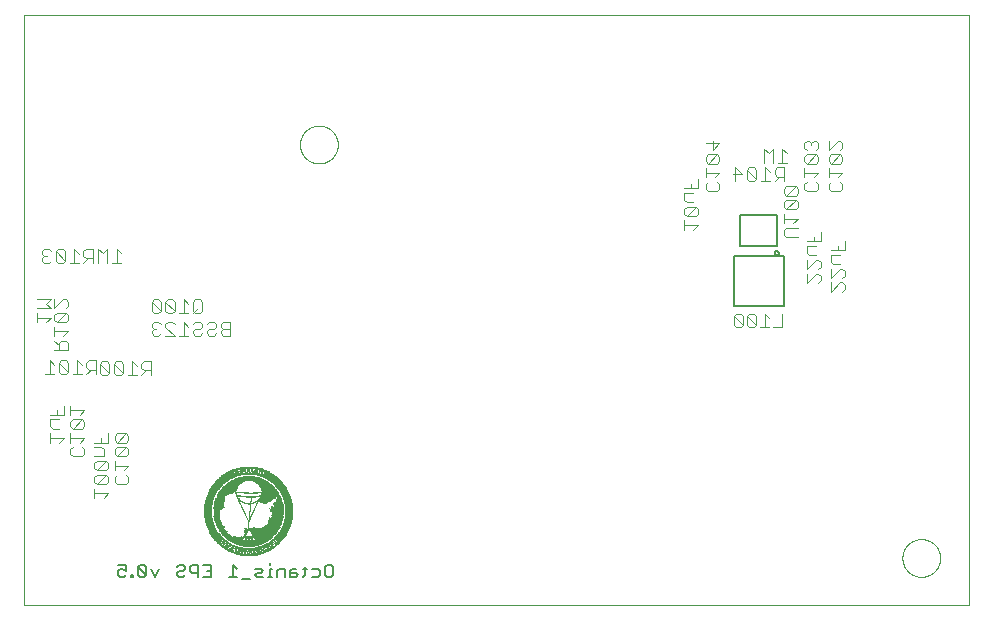
<source format=gbo>
G75*
%MOIN*%
%OFA0B0*%
%FSLAX25Y25*%
%IPPOS*%
%LPD*%
%AMOC8*
5,1,8,0,0,1.08239X$1,22.5*
%
%ADD10C,0.00000*%
%ADD11R,0.03400X0.00100*%
%ADD12R,0.04800X0.00100*%
%ADD13R,0.05900X0.00100*%
%ADD14R,0.06800X0.00100*%
%ADD15R,0.07600X0.00100*%
%ADD16R,0.00100X0.00100*%
%ADD17R,0.00900X0.00100*%
%ADD18R,0.03200X0.00100*%
%ADD19R,0.03000X0.00100*%
%ADD20R,0.00400X0.00100*%
%ADD21R,0.00700X0.00100*%
%ADD22R,0.00500X0.00100*%
%ADD23R,0.02700X0.00100*%
%ADD24R,0.02300X0.00100*%
%ADD25R,0.00200X0.00100*%
%ADD26R,0.00600X0.00100*%
%ADD27R,0.02400X0.00100*%
%ADD28R,0.02200X0.00100*%
%ADD29R,0.02600X0.00100*%
%ADD30R,0.00300X0.00100*%
%ADD31R,0.01900X0.00100*%
%ADD32R,0.01800X0.00100*%
%ADD33R,0.00800X0.00100*%
%ADD34R,0.02000X0.00100*%
%ADD35R,0.01500X0.00100*%
%ADD36R,0.01600X0.00100*%
%ADD37R,0.01400X0.00100*%
%ADD38R,0.01100X0.00100*%
%ADD39R,0.01700X0.00100*%
%ADD40R,0.01300X0.00100*%
%ADD41R,0.01200X0.00100*%
%ADD42R,0.03700X0.00100*%
%ADD43R,0.05500X0.00100*%
%ADD44R,0.01000X0.00100*%
%ADD45R,0.08000X0.00100*%
%ADD46R,0.02100X0.00100*%
%ADD47R,0.02900X0.00100*%
%ADD48R,0.04200X0.00100*%
%ADD49R,0.05200X0.00100*%
%ADD50R,0.06000X0.00100*%
%ADD51R,0.06700X0.00100*%
%ADD52R,0.07400X0.00100*%
%ADD53R,0.08500X0.00100*%
%ADD54R,0.09000X0.00100*%
%ADD55R,0.09500X0.00100*%
%ADD56R,0.09900X0.00100*%
%ADD57R,0.10300X0.00100*%
%ADD58R,0.10700X0.00100*%
%ADD59R,0.11100X0.00100*%
%ADD60R,0.11500X0.00100*%
%ADD61R,0.11800X0.00100*%
%ADD62R,0.12200X0.00100*%
%ADD63R,0.12500X0.00100*%
%ADD64R,0.04100X0.00100*%
%ADD65R,0.08600X0.00100*%
%ADD66R,0.04500X0.00100*%
%ADD67R,0.04400X0.00100*%
%ADD68R,0.04600X0.00100*%
%ADD69R,0.04900X0.00100*%
%ADD70R,0.05100X0.00100*%
%ADD71R,0.05000X0.00100*%
%ADD72R,0.03500X0.00100*%
%ADD73R,0.05400X0.00100*%
%ADD74R,0.05600X0.00100*%
%ADD75R,0.05800X0.00100*%
%ADD76R,0.02800X0.00100*%
%ADD77R,0.06100X0.00100*%
%ADD78R,0.03300X0.00100*%
%ADD79R,0.06300X0.00100*%
%ADD80R,0.06400X0.00100*%
%ADD81R,0.06600X0.00100*%
%ADD82R,0.06900X0.00100*%
%ADD83R,0.07100X0.00100*%
%ADD84R,0.03100X0.00100*%
%ADD85R,0.07200X0.00100*%
%ADD86R,0.02500X0.00100*%
%ADD87R,0.07700X0.00100*%
%ADD88R,0.07900X0.00100*%
%ADD89R,0.08100X0.00100*%
%ADD90R,0.08200X0.00100*%
%ADD91R,0.08300X0.00100*%
%ADD92R,0.08400X0.00100*%
%ADD93R,0.08800X0.00100*%
%ADD94R,0.09200X0.00100*%
%ADD95R,0.09300X0.00100*%
%ADD96R,0.09400X0.00100*%
%ADD97R,0.09600X0.00100*%
%ADD98R,0.11300X0.00100*%
%ADD99R,0.11400X0.00100*%
%ADD100R,0.10500X0.00100*%
%ADD101R,0.10100X0.00100*%
%ADD102R,0.10200X0.00100*%
%ADD103R,0.06500X0.00100*%
%ADD104R,0.06200X0.00100*%
%ADD105R,0.04700X0.00100*%
%ADD106R,0.03900X0.00100*%
%ADD107R,0.03600X0.00100*%
%ADD108R,0.04000X0.00100*%
%ADD109R,0.04300X0.00100*%
%ADD110R,0.05300X0.00100*%
%ADD111R,0.07000X0.00100*%
%ADD112R,0.05700X0.00100*%
%ADD113R,0.03800X0.00100*%
%ADD114C,0.00600*%
%ADD115C,0.00400*%
%ADD116C,0.00300*%
%ADD117C,0.00500*%
D10*
X0027103Y0012487D02*
X0027103Y0209337D01*
X0342063Y0209337D01*
X0342063Y0012487D01*
X0027103Y0012487D01*
X0119229Y0166030D02*
X0119231Y0166188D01*
X0119237Y0166346D01*
X0119247Y0166504D01*
X0119261Y0166662D01*
X0119279Y0166819D01*
X0119300Y0166976D01*
X0119326Y0167132D01*
X0119356Y0167288D01*
X0119389Y0167443D01*
X0119427Y0167596D01*
X0119468Y0167749D01*
X0119513Y0167901D01*
X0119562Y0168052D01*
X0119615Y0168201D01*
X0119671Y0168349D01*
X0119731Y0168495D01*
X0119795Y0168640D01*
X0119863Y0168783D01*
X0119934Y0168925D01*
X0120008Y0169065D01*
X0120086Y0169202D01*
X0120168Y0169338D01*
X0120252Y0169472D01*
X0120341Y0169603D01*
X0120432Y0169732D01*
X0120527Y0169859D01*
X0120624Y0169984D01*
X0120725Y0170106D01*
X0120829Y0170225D01*
X0120936Y0170342D01*
X0121046Y0170456D01*
X0121159Y0170567D01*
X0121274Y0170676D01*
X0121392Y0170781D01*
X0121513Y0170883D01*
X0121636Y0170983D01*
X0121762Y0171079D01*
X0121890Y0171172D01*
X0122020Y0171262D01*
X0122153Y0171348D01*
X0122288Y0171432D01*
X0122424Y0171511D01*
X0122563Y0171588D01*
X0122704Y0171660D01*
X0122846Y0171730D01*
X0122990Y0171795D01*
X0123136Y0171857D01*
X0123283Y0171915D01*
X0123432Y0171970D01*
X0123582Y0172021D01*
X0123733Y0172068D01*
X0123885Y0172111D01*
X0124038Y0172150D01*
X0124193Y0172186D01*
X0124348Y0172217D01*
X0124504Y0172245D01*
X0124660Y0172269D01*
X0124817Y0172289D01*
X0124975Y0172305D01*
X0125132Y0172317D01*
X0125291Y0172325D01*
X0125449Y0172329D01*
X0125607Y0172329D01*
X0125765Y0172325D01*
X0125924Y0172317D01*
X0126081Y0172305D01*
X0126239Y0172289D01*
X0126396Y0172269D01*
X0126552Y0172245D01*
X0126708Y0172217D01*
X0126863Y0172186D01*
X0127018Y0172150D01*
X0127171Y0172111D01*
X0127323Y0172068D01*
X0127474Y0172021D01*
X0127624Y0171970D01*
X0127773Y0171915D01*
X0127920Y0171857D01*
X0128066Y0171795D01*
X0128210Y0171730D01*
X0128352Y0171660D01*
X0128493Y0171588D01*
X0128632Y0171511D01*
X0128768Y0171432D01*
X0128903Y0171348D01*
X0129036Y0171262D01*
X0129166Y0171172D01*
X0129294Y0171079D01*
X0129420Y0170983D01*
X0129543Y0170883D01*
X0129664Y0170781D01*
X0129782Y0170676D01*
X0129897Y0170567D01*
X0130010Y0170456D01*
X0130120Y0170342D01*
X0130227Y0170225D01*
X0130331Y0170106D01*
X0130432Y0169984D01*
X0130529Y0169859D01*
X0130624Y0169732D01*
X0130715Y0169603D01*
X0130804Y0169472D01*
X0130888Y0169338D01*
X0130970Y0169202D01*
X0131048Y0169065D01*
X0131122Y0168925D01*
X0131193Y0168783D01*
X0131261Y0168640D01*
X0131325Y0168495D01*
X0131385Y0168349D01*
X0131441Y0168201D01*
X0131494Y0168052D01*
X0131543Y0167901D01*
X0131588Y0167749D01*
X0131629Y0167596D01*
X0131667Y0167443D01*
X0131700Y0167288D01*
X0131730Y0167132D01*
X0131756Y0166976D01*
X0131777Y0166819D01*
X0131795Y0166662D01*
X0131809Y0166504D01*
X0131819Y0166346D01*
X0131825Y0166188D01*
X0131827Y0166030D01*
X0131825Y0165872D01*
X0131819Y0165714D01*
X0131809Y0165556D01*
X0131795Y0165398D01*
X0131777Y0165241D01*
X0131756Y0165084D01*
X0131730Y0164928D01*
X0131700Y0164772D01*
X0131667Y0164617D01*
X0131629Y0164464D01*
X0131588Y0164311D01*
X0131543Y0164159D01*
X0131494Y0164008D01*
X0131441Y0163859D01*
X0131385Y0163711D01*
X0131325Y0163565D01*
X0131261Y0163420D01*
X0131193Y0163277D01*
X0131122Y0163135D01*
X0131048Y0162995D01*
X0130970Y0162858D01*
X0130888Y0162722D01*
X0130804Y0162588D01*
X0130715Y0162457D01*
X0130624Y0162328D01*
X0130529Y0162201D01*
X0130432Y0162076D01*
X0130331Y0161954D01*
X0130227Y0161835D01*
X0130120Y0161718D01*
X0130010Y0161604D01*
X0129897Y0161493D01*
X0129782Y0161384D01*
X0129664Y0161279D01*
X0129543Y0161177D01*
X0129420Y0161077D01*
X0129294Y0160981D01*
X0129166Y0160888D01*
X0129036Y0160798D01*
X0128903Y0160712D01*
X0128768Y0160628D01*
X0128632Y0160549D01*
X0128493Y0160472D01*
X0128352Y0160400D01*
X0128210Y0160330D01*
X0128066Y0160265D01*
X0127920Y0160203D01*
X0127773Y0160145D01*
X0127624Y0160090D01*
X0127474Y0160039D01*
X0127323Y0159992D01*
X0127171Y0159949D01*
X0127018Y0159910D01*
X0126863Y0159874D01*
X0126708Y0159843D01*
X0126552Y0159815D01*
X0126396Y0159791D01*
X0126239Y0159771D01*
X0126081Y0159755D01*
X0125924Y0159743D01*
X0125765Y0159735D01*
X0125607Y0159731D01*
X0125449Y0159731D01*
X0125291Y0159735D01*
X0125132Y0159743D01*
X0124975Y0159755D01*
X0124817Y0159771D01*
X0124660Y0159791D01*
X0124504Y0159815D01*
X0124348Y0159843D01*
X0124193Y0159874D01*
X0124038Y0159910D01*
X0123885Y0159949D01*
X0123733Y0159992D01*
X0123582Y0160039D01*
X0123432Y0160090D01*
X0123283Y0160145D01*
X0123136Y0160203D01*
X0122990Y0160265D01*
X0122846Y0160330D01*
X0122704Y0160400D01*
X0122563Y0160472D01*
X0122424Y0160549D01*
X0122288Y0160628D01*
X0122153Y0160712D01*
X0122020Y0160798D01*
X0121890Y0160888D01*
X0121762Y0160981D01*
X0121636Y0161077D01*
X0121513Y0161177D01*
X0121392Y0161279D01*
X0121274Y0161384D01*
X0121159Y0161493D01*
X0121046Y0161604D01*
X0120936Y0161718D01*
X0120829Y0161835D01*
X0120725Y0161954D01*
X0120624Y0162076D01*
X0120527Y0162201D01*
X0120432Y0162328D01*
X0120341Y0162457D01*
X0120252Y0162588D01*
X0120168Y0162722D01*
X0120086Y0162858D01*
X0120008Y0162995D01*
X0119934Y0163135D01*
X0119863Y0163277D01*
X0119795Y0163420D01*
X0119731Y0163565D01*
X0119671Y0163711D01*
X0119615Y0163859D01*
X0119562Y0164008D01*
X0119513Y0164159D01*
X0119468Y0164311D01*
X0119427Y0164464D01*
X0119389Y0164617D01*
X0119356Y0164772D01*
X0119326Y0164928D01*
X0119300Y0165084D01*
X0119279Y0165241D01*
X0119261Y0165398D01*
X0119247Y0165556D01*
X0119237Y0165714D01*
X0119231Y0165872D01*
X0119229Y0166030D01*
X0320016Y0028235D02*
X0320018Y0028393D01*
X0320024Y0028551D01*
X0320034Y0028709D01*
X0320048Y0028867D01*
X0320066Y0029024D01*
X0320087Y0029181D01*
X0320113Y0029337D01*
X0320143Y0029493D01*
X0320176Y0029648D01*
X0320214Y0029801D01*
X0320255Y0029954D01*
X0320300Y0030106D01*
X0320349Y0030257D01*
X0320402Y0030406D01*
X0320458Y0030554D01*
X0320518Y0030700D01*
X0320582Y0030845D01*
X0320650Y0030988D01*
X0320721Y0031130D01*
X0320795Y0031270D01*
X0320873Y0031407D01*
X0320955Y0031543D01*
X0321039Y0031677D01*
X0321128Y0031808D01*
X0321219Y0031937D01*
X0321314Y0032064D01*
X0321411Y0032189D01*
X0321512Y0032311D01*
X0321616Y0032430D01*
X0321723Y0032547D01*
X0321833Y0032661D01*
X0321946Y0032772D01*
X0322061Y0032881D01*
X0322179Y0032986D01*
X0322300Y0033088D01*
X0322423Y0033188D01*
X0322549Y0033284D01*
X0322677Y0033377D01*
X0322807Y0033467D01*
X0322940Y0033553D01*
X0323075Y0033637D01*
X0323211Y0033716D01*
X0323350Y0033793D01*
X0323491Y0033865D01*
X0323633Y0033935D01*
X0323777Y0034000D01*
X0323923Y0034062D01*
X0324070Y0034120D01*
X0324219Y0034175D01*
X0324369Y0034226D01*
X0324520Y0034273D01*
X0324672Y0034316D01*
X0324825Y0034355D01*
X0324980Y0034391D01*
X0325135Y0034422D01*
X0325291Y0034450D01*
X0325447Y0034474D01*
X0325604Y0034494D01*
X0325762Y0034510D01*
X0325919Y0034522D01*
X0326078Y0034530D01*
X0326236Y0034534D01*
X0326394Y0034534D01*
X0326552Y0034530D01*
X0326711Y0034522D01*
X0326868Y0034510D01*
X0327026Y0034494D01*
X0327183Y0034474D01*
X0327339Y0034450D01*
X0327495Y0034422D01*
X0327650Y0034391D01*
X0327805Y0034355D01*
X0327958Y0034316D01*
X0328110Y0034273D01*
X0328261Y0034226D01*
X0328411Y0034175D01*
X0328560Y0034120D01*
X0328707Y0034062D01*
X0328853Y0034000D01*
X0328997Y0033935D01*
X0329139Y0033865D01*
X0329280Y0033793D01*
X0329419Y0033716D01*
X0329555Y0033637D01*
X0329690Y0033553D01*
X0329823Y0033467D01*
X0329953Y0033377D01*
X0330081Y0033284D01*
X0330207Y0033188D01*
X0330330Y0033088D01*
X0330451Y0032986D01*
X0330569Y0032881D01*
X0330684Y0032772D01*
X0330797Y0032661D01*
X0330907Y0032547D01*
X0331014Y0032430D01*
X0331118Y0032311D01*
X0331219Y0032189D01*
X0331316Y0032064D01*
X0331411Y0031937D01*
X0331502Y0031808D01*
X0331591Y0031677D01*
X0331675Y0031543D01*
X0331757Y0031407D01*
X0331835Y0031270D01*
X0331909Y0031130D01*
X0331980Y0030988D01*
X0332048Y0030845D01*
X0332112Y0030700D01*
X0332172Y0030554D01*
X0332228Y0030406D01*
X0332281Y0030257D01*
X0332330Y0030106D01*
X0332375Y0029954D01*
X0332416Y0029801D01*
X0332454Y0029648D01*
X0332487Y0029493D01*
X0332517Y0029337D01*
X0332543Y0029181D01*
X0332564Y0029024D01*
X0332582Y0028867D01*
X0332596Y0028709D01*
X0332606Y0028551D01*
X0332612Y0028393D01*
X0332614Y0028235D01*
X0332612Y0028077D01*
X0332606Y0027919D01*
X0332596Y0027761D01*
X0332582Y0027603D01*
X0332564Y0027446D01*
X0332543Y0027289D01*
X0332517Y0027133D01*
X0332487Y0026977D01*
X0332454Y0026822D01*
X0332416Y0026669D01*
X0332375Y0026516D01*
X0332330Y0026364D01*
X0332281Y0026213D01*
X0332228Y0026064D01*
X0332172Y0025916D01*
X0332112Y0025770D01*
X0332048Y0025625D01*
X0331980Y0025482D01*
X0331909Y0025340D01*
X0331835Y0025200D01*
X0331757Y0025063D01*
X0331675Y0024927D01*
X0331591Y0024793D01*
X0331502Y0024662D01*
X0331411Y0024533D01*
X0331316Y0024406D01*
X0331219Y0024281D01*
X0331118Y0024159D01*
X0331014Y0024040D01*
X0330907Y0023923D01*
X0330797Y0023809D01*
X0330684Y0023698D01*
X0330569Y0023589D01*
X0330451Y0023484D01*
X0330330Y0023382D01*
X0330207Y0023282D01*
X0330081Y0023186D01*
X0329953Y0023093D01*
X0329823Y0023003D01*
X0329690Y0022917D01*
X0329555Y0022833D01*
X0329419Y0022754D01*
X0329280Y0022677D01*
X0329139Y0022605D01*
X0328997Y0022535D01*
X0328853Y0022470D01*
X0328707Y0022408D01*
X0328560Y0022350D01*
X0328411Y0022295D01*
X0328261Y0022244D01*
X0328110Y0022197D01*
X0327958Y0022154D01*
X0327805Y0022115D01*
X0327650Y0022079D01*
X0327495Y0022048D01*
X0327339Y0022020D01*
X0327183Y0021996D01*
X0327026Y0021976D01*
X0326868Y0021960D01*
X0326711Y0021948D01*
X0326552Y0021940D01*
X0326394Y0021936D01*
X0326236Y0021936D01*
X0326078Y0021940D01*
X0325919Y0021948D01*
X0325762Y0021960D01*
X0325604Y0021976D01*
X0325447Y0021996D01*
X0325291Y0022020D01*
X0325135Y0022048D01*
X0324980Y0022079D01*
X0324825Y0022115D01*
X0324672Y0022154D01*
X0324520Y0022197D01*
X0324369Y0022244D01*
X0324219Y0022295D01*
X0324070Y0022350D01*
X0323923Y0022408D01*
X0323777Y0022470D01*
X0323633Y0022535D01*
X0323491Y0022605D01*
X0323350Y0022677D01*
X0323211Y0022754D01*
X0323075Y0022833D01*
X0322940Y0022917D01*
X0322807Y0023003D01*
X0322677Y0023093D01*
X0322549Y0023186D01*
X0322423Y0023282D01*
X0322300Y0023382D01*
X0322179Y0023484D01*
X0322061Y0023589D01*
X0321946Y0023698D01*
X0321833Y0023809D01*
X0321723Y0023923D01*
X0321616Y0024040D01*
X0321512Y0024159D01*
X0321411Y0024281D01*
X0321314Y0024406D01*
X0321219Y0024533D01*
X0321128Y0024662D01*
X0321039Y0024793D01*
X0320955Y0024927D01*
X0320873Y0025063D01*
X0320795Y0025200D01*
X0320721Y0025340D01*
X0320650Y0025482D01*
X0320582Y0025625D01*
X0320518Y0025770D01*
X0320458Y0025916D01*
X0320402Y0026064D01*
X0320349Y0026213D01*
X0320300Y0026364D01*
X0320255Y0026516D01*
X0320214Y0026669D01*
X0320176Y0026822D01*
X0320143Y0026977D01*
X0320113Y0027133D01*
X0320087Y0027289D01*
X0320066Y0027446D01*
X0320048Y0027603D01*
X0320034Y0027761D01*
X0320024Y0027919D01*
X0320018Y0028077D01*
X0320016Y0028235D01*
D11*
X0112436Y0034835D03*
X0112336Y0034735D03*
X0112236Y0034635D03*
X0112136Y0034535D03*
X0104536Y0029335D03*
X0102136Y0028835D03*
X0092236Y0034335D03*
X0092136Y0034435D03*
X0092036Y0034535D03*
X0091936Y0034635D03*
X0092136Y0044735D03*
X0092236Y0045135D03*
X0092236Y0045235D03*
X0092236Y0045635D03*
X0091936Y0052535D03*
X0092036Y0052635D03*
X0092136Y0052735D03*
X0092236Y0052835D03*
X0112036Y0052735D03*
X0112136Y0052635D03*
X0112236Y0052535D03*
X0112336Y0052435D03*
X0112436Y0052335D03*
D12*
X0108636Y0051235D03*
X0108536Y0051335D03*
X0107836Y0047535D03*
X0107436Y0047235D03*
X0111036Y0040535D03*
X0111036Y0040435D03*
X0110936Y0040235D03*
X0110936Y0040135D03*
X0110936Y0040035D03*
X0110536Y0039135D03*
X0110536Y0039035D03*
X0102136Y0028935D03*
X0096436Y0052135D03*
X0096536Y0052235D03*
X0096636Y0052335D03*
X0097936Y0053335D03*
X0098136Y0053435D03*
X0102136Y0058235D03*
X0109136Y0055035D03*
D13*
X0102086Y0058135D03*
X0109286Y0049435D03*
X0106886Y0034735D03*
X0102186Y0031135D03*
X0102086Y0029035D03*
D14*
X0102136Y0029135D03*
X0102136Y0058035D03*
D15*
X0102136Y0057935D03*
X0107036Y0035735D03*
X0102136Y0029235D03*
D16*
X0102486Y0029335D03*
X0103586Y0030735D03*
X0103586Y0030835D03*
X0104386Y0030135D03*
X0104786Y0030435D03*
X0104786Y0030535D03*
X0104686Y0030635D03*
X0104686Y0030735D03*
X0104686Y0030835D03*
X0105386Y0030935D03*
X0105986Y0030435D03*
X0107186Y0030435D03*
X0107186Y0030535D03*
X0107586Y0031135D03*
X0107586Y0031435D03*
X0108986Y0032135D03*
X0109086Y0032535D03*
X0109386Y0032035D03*
X0109986Y0033135D03*
X0110286Y0033435D03*
X0110386Y0033335D03*
X0110886Y0033835D03*
X0105686Y0038035D03*
X0103786Y0038135D03*
X0103286Y0035335D03*
X0101186Y0035335D03*
X0099786Y0035135D03*
X0098186Y0035035D03*
X0097686Y0035235D03*
X0097186Y0035135D03*
X0093186Y0033735D03*
X0093086Y0033435D03*
X0092586Y0033435D03*
X0093186Y0032635D03*
X0095386Y0032335D03*
X0095786Y0032235D03*
X0095886Y0032335D03*
X0097086Y0031235D03*
X0100086Y0030435D03*
X0100086Y0030335D03*
X0093886Y0038535D03*
X0102586Y0042635D03*
X0109286Y0041535D03*
X0109286Y0041335D03*
X0109386Y0044435D03*
X0109386Y0044535D03*
X0110086Y0045235D03*
X0111586Y0047635D03*
X0102686Y0057235D03*
X0101386Y0057135D03*
X0101386Y0057035D03*
X0100886Y0057035D03*
X0100886Y0056935D03*
X0100886Y0056835D03*
D17*
X0099486Y0056435D03*
X0098286Y0056535D03*
X0102086Y0057735D03*
X0104486Y0057235D03*
X0101186Y0036435D03*
X0097886Y0031035D03*
X0096086Y0031135D03*
X0095586Y0032035D03*
X0095986Y0032635D03*
X0095786Y0032735D03*
X0095586Y0032835D03*
X0095486Y0032935D03*
X0095286Y0033035D03*
X0094086Y0033835D03*
X0092686Y0032535D03*
X0092386Y0032735D03*
X0091686Y0033535D03*
X0093286Y0032035D03*
X0093386Y0031935D03*
X0100986Y0030235D03*
X0100986Y0030135D03*
X0101786Y0029335D03*
X0104086Y0029835D03*
X0103986Y0030435D03*
X0105186Y0030235D03*
X0105186Y0030135D03*
X0105186Y0030035D03*
X0105286Y0029935D03*
X0105286Y0029835D03*
X0108586Y0031335D03*
X0108586Y0032835D03*
X0109086Y0033135D03*
X0110986Y0032035D03*
X0111086Y0032135D03*
X0111186Y0032235D03*
X0111386Y0032335D03*
X0112286Y0033235D03*
D18*
X0112736Y0035235D03*
X0112836Y0035335D03*
X0112936Y0035435D03*
X0112136Y0045135D03*
X0111936Y0046135D03*
X0107436Y0046835D03*
X0112836Y0051835D03*
X0112936Y0051735D03*
X0112736Y0051935D03*
X0108736Y0055935D03*
X0091636Y0052135D03*
X0091536Y0052035D03*
X0091436Y0051935D03*
X0091336Y0051835D03*
X0091236Y0051635D03*
X0092636Y0047535D03*
X0092636Y0047435D03*
X0092536Y0047235D03*
X0092436Y0046935D03*
X0092436Y0046835D03*
X0092336Y0046535D03*
X0092236Y0046135D03*
X0092236Y0046035D03*
X0092236Y0045935D03*
X0092036Y0044635D03*
X0091236Y0035535D03*
X0091336Y0035335D03*
X0091436Y0035235D03*
X0091536Y0035135D03*
X0091636Y0035035D03*
X0099036Y0031335D03*
X0099536Y0029335D03*
D19*
X0098836Y0029535D03*
X0105136Y0029435D03*
X0113236Y0035835D03*
X0113336Y0036035D03*
X0113436Y0036135D03*
X0113536Y0036235D03*
X0113536Y0036335D03*
X0113636Y0036435D03*
X0113736Y0036635D03*
X0112136Y0045835D03*
X0113736Y0050535D03*
X0113636Y0050735D03*
X0113536Y0050835D03*
X0113536Y0050935D03*
X0113436Y0051035D03*
X0113336Y0051135D03*
X0099236Y0055835D03*
X0098236Y0057435D03*
X0090936Y0051235D03*
X0090836Y0051135D03*
X0090736Y0050935D03*
X0090636Y0050835D03*
X0090536Y0050635D03*
X0093236Y0049035D03*
X0092736Y0048035D03*
X0092736Y0047935D03*
X0091936Y0044535D03*
X0090536Y0036535D03*
X0090636Y0036335D03*
X0090736Y0036235D03*
X0090836Y0036035D03*
X0090936Y0035935D03*
D20*
X0093636Y0033335D03*
X0093536Y0033235D03*
X0093436Y0032835D03*
X0093936Y0032535D03*
X0094236Y0032935D03*
X0094236Y0033035D03*
X0094736Y0032635D03*
X0095436Y0032235D03*
X0096736Y0031535D03*
X0098736Y0030135D03*
X0099436Y0030235D03*
X0099536Y0030435D03*
X0099536Y0030535D03*
X0099636Y0030735D03*
X0102336Y0030535D03*
X0102336Y0030435D03*
X0102336Y0030335D03*
X0102436Y0030135D03*
X0102536Y0029935D03*
X0102536Y0029835D03*
X0103136Y0029635D03*
X0103136Y0029535D03*
X0103136Y0029435D03*
X0103036Y0030335D03*
X0103036Y0030435D03*
X0105336Y0030635D03*
X0106036Y0030735D03*
X0107036Y0030935D03*
X0107036Y0031435D03*
X0109036Y0032235D03*
X0109036Y0032335D03*
X0109636Y0032635D03*
X0109936Y0032135D03*
X0110336Y0032535D03*
X0110836Y0033535D03*
X0109436Y0031735D03*
X0109436Y0031635D03*
X0101236Y0036035D03*
X0101236Y0036135D03*
X0101036Y0035735D03*
X0100936Y0035535D03*
X0100836Y0035435D03*
X0100636Y0035135D03*
X0100536Y0035035D03*
X0102436Y0040735D03*
X0104536Y0046735D03*
X0104736Y0046835D03*
X0104836Y0046935D03*
X0107936Y0046135D03*
X0110836Y0046435D03*
X0100036Y0046735D03*
X0099836Y0046835D03*
X0099736Y0046935D03*
X0098936Y0047535D03*
X0098836Y0047635D03*
X0098836Y0047735D03*
X0098736Y0047835D03*
X0092336Y0041235D03*
X0105636Y0056135D03*
X0105936Y0056935D03*
X0103436Y0056735D03*
X0103436Y0056635D03*
X0103436Y0056535D03*
X0103136Y0057535D03*
X0101936Y0056935D03*
X0101936Y0056835D03*
X0101236Y0056435D03*
X0100336Y0056935D03*
X0100336Y0057035D03*
X0100336Y0057135D03*
X0100336Y0057235D03*
X0100336Y0057335D03*
X0100236Y0057535D03*
X0099636Y0057235D03*
X0099536Y0057335D03*
D21*
X0099586Y0056535D03*
X0102086Y0057535D03*
X0102586Y0056435D03*
X0103386Y0057035D03*
X0103386Y0057135D03*
X0103386Y0057235D03*
X0105986Y0057035D03*
X0106586Y0056535D03*
X0106586Y0056435D03*
X0106486Y0056135D03*
X0106486Y0056035D03*
X0098286Y0050035D03*
X0099186Y0047235D03*
X0100986Y0046335D03*
X0103586Y0046335D03*
X0102286Y0040635D03*
X0101186Y0037635D03*
X0097586Y0035035D03*
X0101186Y0034535D03*
X0103286Y0034535D03*
X0103386Y0034435D03*
X0102386Y0030735D03*
X0101786Y0029435D03*
X0099986Y0029635D03*
X0097786Y0030135D03*
X0097786Y0030235D03*
X0097786Y0030335D03*
X0097786Y0030435D03*
X0097786Y0030535D03*
X0097786Y0030635D03*
X0097786Y0030735D03*
X0096786Y0030535D03*
X0094386Y0031935D03*
X0093986Y0034035D03*
X0093886Y0034135D03*
X0091686Y0033435D03*
X0106086Y0030935D03*
X0106886Y0030635D03*
X0107886Y0030835D03*
X0109986Y0032235D03*
X0109686Y0032835D03*
X0110286Y0034035D03*
X0110386Y0034135D03*
X0110486Y0034235D03*
D22*
X0110886Y0033635D03*
X0106986Y0031535D03*
X0106986Y0030835D03*
X0106686Y0030435D03*
X0106086Y0030835D03*
X0106386Y0031135D03*
X0105286Y0030735D03*
X0104086Y0030635D03*
X0103886Y0029735D03*
X0102486Y0030035D03*
X0100886Y0029535D03*
X0100886Y0029435D03*
X0099986Y0029835D03*
X0099586Y0030635D03*
X0099686Y0030835D03*
X0098886Y0030835D03*
X0098686Y0030235D03*
X0096886Y0031735D03*
X0096786Y0031635D03*
X0096586Y0031435D03*
X0095086Y0031535D03*
X0094986Y0031435D03*
X0093786Y0032435D03*
X0093486Y0032935D03*
X0093686Y0033435D03*
X0099886Y0035035D03*
X0101086Y0034035D03*
X0102286Y0034035D03*
X0103386Y0034035D03*
X0101086Y0037735D03*
X0102286Y0040335D03*
X0102286Y0040435D03*
X0102486Y0040835D03*
X0102486Y0040935D03*
X0102586Y0041035D03*
X0102286Y0046035D03*
X0104186Y0046535D03*
X0104386Y0046635D03*
X0100386Y0046535D03*
X0100186Y0046635D03*
X0099086Y0047335D03*
X0098986Y0047435D03*
X0098386Y0048835D03*
X0105586Y0056035D03*
X0106486Y0055935D03*
X0106586Y0056635D03*
X0104186Y0056335D03*
X0104186Y0056235D03*
X0103086Y0057635D03*
X0101986Y0057135D03*
X0101986Y0057035D03*
X0101286Y0056335D03*
X0100986Y0057635D03*
X0099686Y0056735D03*
X0099186Y0056235D03*
X0098986Y0057035D03*
X0110786Y0046335D03*
D23*
X0114986Y0047835D03*
X0114886Y0048135D03*
X0114786Y0048335D03*
X0114786Y0048435D03*
X0114686Y0048635D03*
X0114686Y0048735D03*
X0114586Y0048835D03*
X0114586Y0048935D03*
X0114486Y0049135D03*
X0114386Y0049335D03*
X0115086Y0047535D03*
X0115086Y0039635D03*
X0114986Y0039335D03*
X0114886Y0039035D03*
X0114786Y0038835D03*
X0114786Y0038735D03*
X0114686Y0038535D03*
X0114686Y0038435D03*
X0114586Y0038335D03*
X0114586Y0038235D03*
X0114486Y0038035D03*
X0114386Y0037835D03*
X0101686Y0030835D03*
X0098986Y0029435D03*
X0091986Y0034135D03*
X0094986Y0035435D03*
X0095086Y0035335D03*
X0089786Y0037935D03*
X0089686Y0038135D03*
X0089586Y0038335D03*
X0089586Y0038435D03*
X0089486Y0038535D03*
X0089486Y0038635D03*
X0089386Y0038835D03*
X0089386Y0038935D03*
X0089286Y0039135D03*
X0089186Y0039435D03*
X0089186Y0047735D03*
X0089286Y0047935D03*
X0089286Y0048035D03*
X0089386Y0048235D03*
X0089386Y0048335D03*
X0089486Y0048435D03*
X0089486Y0048535D03*
X0089486Y0048635D03*
X0089586Y0048735D03*
X0089586Y0048835D03*
X0089686Y0049035D03*
X0089786Y0049235D03*
X0092886Y0048635D03*
X0100786Y0049735D03*
X0102286Y0056235D03*
X0105586Y0057635D03*
X0098386Y0057535D03*
X0097186Y0057035D03*
X0095886Y0056335D03*
D24*
X0095986Y0056535D03*
X0097386Y0057235D03*
X0106586Y0057335D03*
X0108386Y0056435D03*
X0112286Y0046735D03*
X0112386Y0046335D03*
X0094086Y0036235D03*
X0093986Y0036335D03*
X0093186Y0037635D03*
X0092886Y0038035D03*
X0092886Y0038135D03*
X0092186Y0039635D03*
X0092186Y0039735D03*
X0092186Y0039835D03*
X0091586Y0042235D03*
X0091586Y0042335D03*
X0091586Y0042435D03*
X0105786Y0029535D03*
X0112286Y0034035D03*
D25*
X0111336Y0033335D03*
X0110836Y0033435D03*
X0110536Y0033135D03*
X0110436Y0033235D03*
X0110236Y0033535D03*
X0110336Y0032635D03*
X0109036Y0032435D03*
X0107636Y0031335D03*
X0107236Y0030335D03*
X0106036Y0030335D03*
X0106036Y0030235D03*
X0105236Y0030535D03*
X0104836Y0030335D03*
X0104736Y0030935D03*
X0105836Y0031135D03*
X0105836Y0031235D03*
X0103636Y0030635D03*
X0103736Y0030235D03*
X0103736Y0030135D03*
X0103736Y0029635D03*
X0103736Y0029535D03*
X0103236Y0029935D03*
X0102536Y0029735D03*
X0102536Y0029635D03*
X0102536Y0029535D03*
X0101836Y0030035D03*
X0101836Y0030135D03*
X0101836Y0030235D03*
X0100036Y0030235D03*
X0099336Y0029935D03*
X0099236Y0029835D03*
X0099236Y0029735D03*
X0098836Y0030935D03*
X0097036Y0031035D03*
X0097036Y0031135D03*
X0096236Y0030835D03*
X0096136Y0030735D03*
X0094736Y0032735D03*
X0094236Y0032835D03*
X0094136Y0033135D03*
X0093036Y0033535D03*
X0097736Y0035135D03*
X0101036Y0037935D03*
X0102236Y0037935D03*
X0102236Y0038035D03*
X0102236Y0038135D03*
X0102236Y0038235D03*
X0102236Y0038335D03*
X0102236Y0038435D03*
X0102236Y0038535D03*
X0102236Y0038635D03*
X0102236Y0038735D03*
X0102236Y0038835D03*
X0102236Y0038935D03*
X0102236Y0039035D03*
X0102236Y0039135D03*
X0102236Y0039235D03*
X0102236Y0039335D03*
X0102236Y0039435D03*
X0102236Y0039535D03*
X0102236Y0039635D03*
X0102336Y0039735D03*
X0102336Y0039835D03*
X0102336Y0039935D03*
X0102336Y0040035D03*
X0102036Y0040735D03*
X0101936Y0040835D03*
X0101936Y0040935D03*
X0101836Y0041035D03*
X0101836Y0041135D03*
X0101736Y0041335D03*
X0101636Y0041535D03*
X0101536Y0041735D03*
X0101436Y0041935D03*
X0101436Y0042035D03*
X0101336Y0042135D03*
X0101336Y0042235D03*
X0101236Y0042335D03*
X0101236Y0042435D03*
X0101136Y0042535D03*
X0101136Y0042635D03*
X0101036Y0042835D03*
X0100936Y0043035D03*
X0100836Y0043235D03*
X0100736Y0043435D03*
X0100736Y0043535D03*
X0100636Y0043635D03*
X0100636Y0043735D03*
X0100536Y0043835D03*
X0100536Y0043935D03*
X0100436Y0044035D03*
X0100436Y0044135D03*
X0100336Y0044335D03*
X0100236Y0044535D03*
X0100136Y0044735D03*
X0100036Y0044935D03*
X0100036Y0045035D03*
X0099936Y0045135D03*
X0099936Y0045235D03*
X0099836Y0045335D03*
X0099836Y0045435D03*
X0099736Y0045535D03*
X0099736Y0045635D03*
X0099636Y0045835D03*
X0099536Y0046035D03*
X0099436Y0046235D03*
X0099336Y0046435D03*
X0099336Y0046535D03*
X0099236Y0046635D03*
X0099236Y0046735D03*
X0099136Y0046835D03*
X0099136Y0046935D03*
X0099036Y0047035D03*
X0099036Y0047135D03*
X0098636Y0048035D03*
X0098536Y0048235D03*
X0098436Y0048435D03*
X0098336Y0048535D03*
X0098236Y0048935D03*
X0098236Y0049035D03*
X0098136Y0049135D03*
X0098136Y0049235D03*
X0098136Y0049335D03*
X0098136Y0049435D03*
X0098136Y0049535D03*
X0098036Y0049635D03*
X0098036Y0049735D03*
X0098036Y0049835D03*
X0098036Y0050135D03*
X0098036Y0050235D03*
X0098036Y0050335D03*
X0098036Y0050435D03*
X0097636Y0050235D03*
X0097036Y0049535D03*
X0095036Y0049035D03*
X0103036Y0046935D03*
X0103036Y0046835D03*
X0103036Y0046735D03*
X0103036Y0046635D03*
X0103036Y0046535D03*
X0103036Y0046435D03*
X0103036Y0046335D03*
X0102936Y0045935D03*
X0102936Y0045835D03*
X0102936Y0045735D03*
X0102936Y0045635D03*
X0102936Y0045535D03*
X0102936Y0045435D03*
X0102936Y0045335D03*
X0102936Y0045235D03*
X0102836Y0045135D03*
X0102836Y0045035D03*
X0102836Y0044935D03*
X0102836Y0044835D03*
X0102836Y0044735D03*
X0102836Y0044635D03*
X0102836Y0044535D03*
X0102836Y0044435D03*
X0102736Y0044335D03*
X0102736Y0044235D03*
X0102736Y0044135D03*
X0102736Y0044035D03*
X0102736Y0043935D03*
X0102736Y0043835D03*
X0102736Y0043735D03*
X0102736Y0043635D03*
X0102736Y0043535D03*
X0102636Y0043435D03*
X0102636Y0043335D03*
X0102636Y0043235D03*
X0102636Y0043135D03*
X0102636Y0043035D03*
X0102636Y0042935D03*
X0102636Y0042835D03*
X0102636Y0042735D03*
X0102536Y0042535D03*
X0102536Y0042435D03*
X0102536Y0042335D03*
X0102536Y0042235D03*
X0102536Y0042135D03*
X0102536Y0042035D03*
X0102536Y0041935D03*
X0102536Y0041835D03*
X0102436Y0041735D03*
X0102436Y0041635D03*
X0102436Y0041535D03*
X0102436Y0041435D03*
X0102436Y0041335D03*
X0102436Y0041235D03*
X0102436Y0041135D03*
X0102736Y0041135D03*
X0102836Y0041235D03*
X0102836Y0041335D03*
X0102936Y0041535D03*
X0103036Y0041735D03*
X0103136Y0041935D03*
X0103136Y0042035D03*
X0103236Y0042135D03*
X0103236Y0042235D03*
X0103336Y0042335D03*
X0103336Y0042435D03*
X0103436Y0042535D03*
X0103436Y0042635D03*
X0103536Y0042835D03*
X0103636Y0043035D03*
X0103736Y0043235D03*
X0103736Y0043335D03*
X0103836Y0043435D03*
X0103836Y0043535D03*
X0103936Y0043635D03*
X0103936Y0043735D03*
X0104036Y0043835D03*
X0104036Y0043935D03*
X0104136Y0044035D03*
X0104136Y0044135D03*
X0104236Y0044335D03*
X0104336Y0044535D03*
X0104436Y0044735D03*
X0104436Y0044835D03*
X0104536Y0044935D03*
X0104536Y0045035D03*
X0104636Y0045135D03*
X0104636Y0045235D03*
X0104736Y0045435D03*
X0104836Y0045635D03*
X0104936Y0045835D03*
X0105036Y0046035D03*
X0105036Y0046135D03*
X0105136Y0046235D03*
X0105136Y0046335D03*
X0105236Y0046435D03*
X0105236Y0046535D03*
X0105336Y0046635D03*
X0105336Y0046735D03*
X0105436Y0046935D03*
X0103136Y0047035D03*
X0103136Y0047135D03*
X0103136Y0047235D03*
X0103136Y0047335D03*
X0103136Y0047435D03*
X0103136Y0047535D03*
X0103136Y0047635D03*
X0103136Y0047735D03*
X0103236Y0047835D03*
X0103236Y0047935D03*
X0103236Y0048035D03*
X0103236Y0048135D03*
X0103236Y0048235D03*
X0109436Y0044335D03*
X0110036Y0045135D03*
X0111636Y0047535D03*
X0105736Y0056435D03*
X0104636Y0057435D03*
X0104136Y0057335D03*
X0102636Y0057135D03*
X0102636Y0057035D03*
X0101836Y0056435D03*
X0101836Y0056335D03*
X0101336Y0056735D03*
X0101336Y0056835D03*
X0101336Y0056935D03*
X0100936Y0057135D03*
X0100936Y0057235D03*
X0099836Y0056235D03*
X0092336Y0041435D03*
X0092336Y0041335D03*
X0104236Y0038135D03*
D26*
X0102336Y0040535D03*
X0101236Y0036235D03*
X0101136Y0034135D03*
X0102236Y0034135D03*
X0103336Y0034135D03*
X0102336Y0030635D03*
X0101836Y0029635D03*
X0101836Y0029535D03*
X0100936Y0029635D03*
X0100936Y0029735D03*
X0099936Y0029735D03*
X0099736Y0030935D03*
X0098836Y0030735D03*
X0098736Y0030635D03*
X0098736Y0030535D03*
X0098736Y0030435D03*
X0098736Y0030335D03*
X0096836Y0030635D03*
X0096236Y0031035D03*
X0095136Y0031635D03*
X0095436Y0032135D03*
X0094736Y0032435D03*
X0094736Y0032535D03*
X0094636Y0032335D03*
X0094536Y0032235D03*
X0094536Y0032135D03*
X0094436Y0032035D03*
X0106736Y0030535D03*
X0106936Y0030735D03*
X0109636Y0032735D03*
X0109936Y0032935D03*
X0110236Y0032435D03*
X0111236Y0033135D03*
X0107736Y0038735D03*
X0103936Y0046435D03*
X0100636Y0046435D03*
X0099636Y0056635D03*
X0102036Y0057235D03*
X0102036Y0057335D03*
X0102036Y0057435D03*
X0102636Y0056635D03*
X0102636Y0056535D03*
X0103436Y0056835D03*
X0103436Y0056935D03*
X0103236Y0057435D03*
X0103136Y0057735D03*
X0104936Y0056335D03*
D27*
X0104736Y0055835D03*
X0106736Y0057235D03*
X0112236Y0046635D03*
X0102236Y0035235D03*
X0102236Y0035135D03*
X0102236Y0035035D03*
X0102236Y0034935D03*
X0102236Y0034835D03*
X0102236Y0034735D03*
X0104736Y0031335D03*
X0106036Y0029635D03*
X0112336Y0034135D03*
X0093736Y0036735D03*
X0092836Y0038235D03*
X0092836Y0038335D03*
X0091936Y0034035D03*
D28*
X0094136Y0036135D03*
X0094236Y0036035D03*
X0093736Y0036635D03*
X0093436Y0037135D03*
X0093136Y0037535D03*
X0092936Y0037835D03*
X0092936Y0037935D03*
X0092636Y0038535D03*
X0092536Y0038635D03*
X0092036Y0039935D03*
X0091936Y0040235D03*
X0091536Y0042135D03*
X0091536Y0042535D03*
X0091536Y0042635D03*
X0091536Y0042735D03*
X0091536Y0042835D03*
X0091536Y0042935D03*
X0091536Y0043635D03*
X0091536Y0043735D03*
X0091536Y0043835D03*
X0091536Y0043935D03*
X0091536Y0044035D03*
X0098936Y0055735D03*
X0097636Y0057335D03*
X0112336Y0046435D03*
X0098136Y0029635D03*
X0097136Y0030035D03*
D29*
X0098736Y0031435D03*
X0106136Y0029735D03*
X0112336Y0034235D03*
X0114736Y0038635D03*
X0114836Y0038935D03*
X0114936Y0039135D03*
X0114936Y0039235D03*
X0115036Y0039435D03*
X0115036Y0039535D03*
X0115136Y0039735D03*
X0115136Y0039835D03*
X0115136Y0039935D03*
X0115236Y0040035D03*
X0115236Y0040135D03*
X0115236Y0040235D03*
X0115336Y0040435D03*
X0115336Y0040535D03*
X0115336Y0040635D03*
X0115436Y0040935D03*
X0115436Y0041035D03*
X0115436Y0041135D03*
X0115536Y0041535D03*
X0115536Y0041635D03*
X0115636Y0042535D03*
X0115636Y0044635D03*
X0115536Y0045535D03*
X0115536Y0045635D03*
X0115436Y0046035D03*
X0115436Y0046135D03*
X0115436Y0046235D03*
X0115336Y0046535D03*
X0115336Y0046635D03*
X0115336Y0046735D03*
X0115236Y0046935D03*
X0115236Y0047035D03*
X0115236Y0047135D03*
X0115136Y0047235D03*
X0115136Y0047335D03*
X0115136Y0047435D03*
X0115036Y0047635D03*
X0115036Y0047735D03*
X0114936Y0047935D03*
X0114936Y0048035D03*
X0114836Y0048235D03*
X0114736Y0048535D03*
X0112136Y0046535D03*
X0108536Y0056235D03*
X0105836Y0057535D03*
X0095936Y0056435D03*
X0089336Y0048135D03*
X0089236Y0047835D03*
X0089136Y0047635D03*
X0089136Y0047535D03*
X0089136Y0047435D03*
X0089036Y0047335D03*
X0089036Y0047235D03*
X0089036Y0047135D03*
X0089036Y0047035D03*
X0088936Y0046935D03*
X0088936Y0046835D03*
X0088936Y0046735D03*
X0088836Y0046535D03*
X0088836Y0046435D03*
X0088836Y0046335D03*
X0088736Y0045935D03*
X0088736Y0045835D03*
X0088636Y0045235D03*
X0088636Y0045135D03*
X0088636Y0042035D03*
X0088636Y0041935D03*
X0088736Y0041335D03*
X0088736Y0041235D03*
X0088836Y0040835D03*
X0088836Y0040735D03*
X0088836Y0040635D03*
X0088936Y0040435D03*
X0088936Y0040335D03*
X0088936Y0040235D03*
X0089036Y0040135D03*
X0089036Y0040035D03*
X0089036Y0039935D03*
X0089036Y0039835D03*
X0089136Y0039735D03*
X0089136Y0039635D03*
X0089136Y0039535D03*
X0089236Y0039335D03*
X0089236Y0039235D03*
X0089336Y0039035D03*
X0089436Y0038735D03*
X0093736Y0036935D03*
D30*
X0093086Y0033635D03*
X0092586Y0033335D03*
X0093486Y0033135D03*
X0093486Y0033035D03*
X0093286Y0032735D03*
X0096286Y0030935D03*
X0096786Y0030735D03*
X0098786Y0030035D03*
X0099386Y0030035D03*
X0099386Y0030135D03*
X0099486Y0030335D03*
X0102386Y0030235D03*
X0103086Y0030535D03*
X0103186Y0029835D03*
X0103186Y0029735D03*
X0103786Y0030335D03*
X0105286Y0030835D03*
X0105986Y0030635D03*
X0105986Y0030535D03*
X0106086Y0030135D03*
X0106186Y0030035D03*
X0106586Y0030335D03*
X0107086Y0031035D03*
X0107086Y0031135D03*
X0107086Y0031235D03*
X0107086Y0031335D03*
X0107686Y0031235D03*
X0107986Y0030935D03*
X0106386Y0031235D03*
X0109386Y0031835D03*
X0109386Y0031935D03*
X0109686Y0032435D03*
X0109586Y0032535D03*
X0109986Y0033035D03*
X0109986Y0032035D03*
X0109986Y0031935D03*
X0111286Y0033235D03*
X0110886Y0033735D03*
X0101186Y0035935D03*
X0101086Y0035835D03*
X0100986Y0035635D03*
X0100786Y0035335D03*
X0100686Y0035235D03*
X0101086Y0037835D03*
X0102286Y0040135D03*
X0102286Y0040235D03*
X0101786Y0041235D03*
X0101686Y0041435D03*
X0101586Y0041635D03*
X0101486Y0041835D03*
X0101086Y0042735D03*
X0100986Y0042935D03*
X0100886Y0043135D03*
X0100786Y0043335D03*
X0100386Y0044235D03*
X0100286Y0044435D03*
X0100186Y0044635D03*
X0100086Y0044835D03*
X0099686Y0045735D03*
X0099586Y0045935D03*
X0099486Y0046135D03*
X0099386Y0046335D03*
X0099586Y0047035D03*
X0099486Y0047135D03*
X0098686Y0047935D03*
X0098586Y0048135D03*
X0098486Y0048335D03*
X0098386Y0048635D03*
X0096986Y0049635D03*
X0102986Y0046035D03*
X0104686Y0045335D03*
X0104786Y0045535D03*
X0104886Y0045735D03*
X0104986Y0045935D03*
X0105386Y0046835D03*
X0104986Y0047035D03*
X0104386Y0044635D03*
X0104286Y0044435D03*
X0104186Y0044235D03*
X0103686Y0043135D03*
X0103586Y0042935D03*
X0103486Y0042735D03*
X0103086Y0041835D03*
X0102986Y0041635D03*
X0102886Y0041435D03*
X0109986Y0045035D03*
X0106486Y0055835D03*
X0105686Y0056235D03*
X0105686Y0056335D03*
X0105786Y0056535D03*
X0105786Y0056635D03*
X0105886Y0056735D03*
X0105886Y0056835D03*
X0106586Y0056735D03*
X0104586Y0057335D03*
X0103486Y0056435D03*
X0103486Y0056335D03*
X0101886Y0056535D03*
X0101886Y0056635D03*
X0101886Y0056735D03*
X0101286Y0056635D03*
X0101286Y0056535D03*
X0100986Y0057335D03*
X0100986Y0057435D03*
X0100986Y0057535D03*
X0100286Y0057435D03*
X0100386Y0056835D03*
X0100386Y0056735D03*
X0100386Y0056635D03*
X0100386Y0056535D03*
X0100386Y0056435D03*
X0100386Y0056335D03*
X0100486Y0056235D03*
X0099886Y0056135D03*
X0099686Y0056835D03*
X0099686Y0056935D03*
X0099686Y0057035D03*
X0099686Y0057135D03*
D31*
X0096186Y0056735D03*
X0108086Y0056735D03*
X0112386Y0047135D03*
X0094286Y0035835D03*
X0092286Y0038835D03*
X0092186Y0039135D03*
X0092186Y0039235D03*
X0091586Y0041035D03*
X0091586Y0041135D03*
X0091486Y0042035D03*
X0096186Y0030435D03*
X0097486Y0029835D03*
X0097686Y0029735D03*
X0106986Y0029935D03*
X0109286Y0031135D03*
D32*
X0108436Y0030635D03*
X0107636Y0032135D03*
X0106836Y0029835D03*
X0105136Y0031435D03*
X0111536Y0032935D03*
X0112336Y0033735D03*
X0112336Y0047235D03*
X0100236Y0048535D03*
X0099536Y0049835D03*
X0105136Y0055735D03*
X0107936Y0056835D03*
X0096336Y0056835D03*
X0091436Y0041735D03*
X0091436Y0041635D03*
X0091436Y0041535D03*
X0091636Y0040935D03*
X0091636Y0040835D03*
X0091636Y0040735D03*
X0091636Y0040635D03*
X0092236Y0039035D03*
X0092236Y0038935D03*
X0091836Y0033835D03*
D33*
X0091736Y0033335D03*
X0092536Y0032635D03*
X0092736Y0032435D03*
X0094036Y0033935D03*
X0094736Y0033435D03*
X0094836Y0033335D03*
X0095036Y0033235D03*
X0095136Y0033135D03*
X0097836Y0030935D03*
X0097836Y0030835D03*
X0100936Y0030035D03*
X0100936Y0029935D03*
X0100936Y0029835D03*
X0103936Y0030535D03*
X0104036Y0030035D03*
X0104036Y0029935D03*
X0106136Y0031035D03*
X0108636Y0031235D03*
X0110036Y0032335D03*
X0109236Y0033235D03*
X0109336Y0033335D03*
X0109536Y0033435D03*
X0109636Y0033535D03*
X0109936Y0033735D03*
X0110036Y0033835D03*
X0110136Y0033935D03*
X0108936Y0033035D03*
X0112136Y0033035D03*
X0112236Y0033135D03*
X0103336Y0034235D03*
X0103336Y0034335D03*
X0102236Y0034335D03*
X0102236Y0034435D03*
X0102236Y0034535D03*
X0102236Y0034235D03*
X0101136Y0034235D03*
X0101136Y0034335D03*
X0101136Y0034435D03*
X0101236Y0036335D03*
X0107836Y0046235D03*
X0106536Y0056235D03*
X0106536Y0056335D03*
X0103336Y0057335D03*
X0102636Y0056335D03*
X0102036Y0057635D03*
D34*
X0108236Y0056635D03*
X0112336Y0047035D03*
X0112336Y0046935D03*
X0099636Y0034835D03*
X0094236Y0035935D03*
X0092936Y0037735D03*
X0091836Y0040435D03*
X0091436Y0043135D03*
X0091436Y0043235D03*
X0091436Y0043335D03*
X0108536Y0030735D03*
X0112336Y0033835D03*
X0097236Y0029935D03*
D35*
X0096586Y0030135D03*
X0096386Y0030235D03*
X0094486Y0031335D03*
X0093186Y0032335D03*
X0094186Y0033535D03*
X0091786Y0033735D03*
X0101386Y0037135D03*
X0101386Y0037235D03*
X0108286Y0030435D03*
X0107686Y0030135D03*
X0107386Y0030035D03*
X0111486Y0032735D03*
X0099386Y0048635D03*
X0098686Y0049935D03*
D36*
X0098236Y0056835D03*
X0103636Y0038035D03*
X0112336Y0033635D03*
X0109236Y0031035D03*
X0107836Y0030235D03*
X0107736Y0032235D03*
X0105536Y0031535D03*
X0098236Y0031635D03*
X0093836Y0031835D03*
D37*
X0093836Y0031735D03*
X0094536Y0031235D03*
X0097336Y0031935D03*
X0098036Y0031735D03*
X0092236Y0033135D03*
X0092136Y0033235D03*
X0101336Y0036935D03*
X0101336Y0037035D03*
X0106536Y0031835D03*
X0107836Y0032335D03*
X0108136Y0030335D03*
X0110036Y0031535D03*
X0112336Y0033535D03*
X0107636Y0046335D03*
X0105436Y0055635D03*
X0104636Y0056535D03*
X0104636Y0056635D03*
X0091336Y0041435D03*
X0091336Y0041235D03*
D38*
X0101286Y0036735D03*
X0101286Y0036635D03*
X0100986Y0030535D03*
X0100986Y0030435D03*
X0100986Y0030335D03*
X0096986Y0032135D03*
X0096086Y0031235D03*
X0095086Y0030835D03*
X0094886Y0030935D03*
X0108086Y0031935D03*
X0108386Y0031635D03*
X0108086Y0032535D03*
X0108886Y0032935D03*
X0109786Y0031235D03*
X0110486Y0031735D03*
X0111486Y0032535D03*
X0111086Y0033035D03*
X0112486Y0047835D03*
X0112286Y0048335D03*
X0112286Y0048435D03*
X0112186Y0048635D03*
X0098286Y0055935D03*
X0098186Y0056035D03*
X0098086Y0056335D03*
X0098086Y0056435D03*
D39*
X0098686Y0055635D03*
X0102886Y0049535D03*
X0107586Y0046435D03*
X0112386Y0047335D03*
X0112386Y0047435D03*
X0107786Y0056935D03*
X0107586Y0057035D03*
X0091386Y0041935D03*
X0091386Y0041835D03*
X0091686Y0040535D03*
X0097486Y0031835D03*
X0096286Y0030335D03*
X0106386Y0031735D03*
X0108386Y0030535D03*
X0111486Y0032835D03*
D40*
X0111486Y0032635D03*
X0109986Y0031435D03*
X0109186Y0030935D03*
X0106786Y0031935D03*
X0100986Y0030735D03*
X0095686Y0030535D03*
X0095486Y0030635D03*
X0095286Y0030735D03*
X0095586Y0031735D03*
X0095686Y0031835D03*
X0094186Y0033635D03*
X0093186Y0032235D03*
X0092286Y0033035D03*
X0091286Y0041335D03*
X0105086Y0048535D03*
X0112286Y0048135D03*
X0112286Y0048035D03*
X0112486Y0047635D03*
X0112486Y0047535D03*
X0104586Y0056435D03*
X0104686Y0056735D03*
X0104686Y0056835D03*
X0104686Y0056935D03*
X0104686Y0057035D03*
D41*
X0104636Y0057135D03*
X0105736Y0055535D03*
X0105636Y0049835D03*
X0112236Y0048235D03*
X0112436Y0047935D03*
X0112436Y0047735D03*
X0098736Y0048735D03*
X0098436Y0055535D03*
X0098336Y0056735D03*
X0101336Y0036835D03*
X0100136Y0034935D03*
X0097136Y0032035D03*
X0096136Y0031335D03*
X0095636Y0031935D03*
X0094736Y0031035D03*
X0094636Y0031135D03*
X0093936Y0031635D03*
X0093236Y0032135D03*
X0092336Y0032935D03*
X0091736Y0033635D03*
X0094136Y0033735D03*
X0101036Y0030635D03*
X0107936Y0032435D03*
X0108236Y0031835D03*
X0108336Y0031735D03*
X0109136Y0030835D03*
X0109936Y0031335D03*
X0110536Y0031835D03*
X0112336Y0033435D03*
D42*
X0102086Y0030935D03*
X0111786Y0041535D03*
X0111886Y0041735D03*
X0111486Y0053335D03*
X0111386Y0053435D03*
X0095586Y0055835D03*
X0093086Y0053635D03*
X0092986Y0053535D03*
X0092886Y0053435D03*
X0093686Y0049335D03*
X0092286Y0044835D03*
D43*
X0095486Y0050635D03*
X0108286Y0055435D03*
X0109986Y0038535D03*
X0109886Y0038435D03*
X0102186Y0031035D03*
X0097586Y0034335D03*
D44*
X0096536Y0032335D03*
X0096736Y0032235D03*
X0096336Y0032435D03*
X0096136Y0032535D03*
X0097936Y0031135D03*
X0094136Y0031435D03*
X0093936Y0031535D03*
X0092336Y0032835D03*
X0101236Y0036535D03*
X0108236Y0032635D03*
X0108436Y0032735D03*
X0108436Y0031535D03*
X0108536Y0031435D03*
X0110436Y0031635D03*
X0110836Y0031935D03*
X0111436Y0032435D03*
X0112336Y0033335D03*
X0109836Y0033635D03*
X0103136Y0046235D03*
X0101436Y0046235D03*
X0112236Y0048535D03*
X0099436Y0056335D03*
X0098336Y0056635D03*
X0098136Y0056235D03*
X0098136Y0056135D03*
X0098236Y0055435D03*
D45*
X0102136Y0054635D03*
X0102136Y0032535D03*
X0101436Y0031235D03*
D46*
X0098486Y0031535D03*
X0093886Y0036435D03*
X0093786Y0036535D03*
X0093286Y0037235D03*
X0093186Y0037335D03*
X0093186Y0037435D03*
X0092486Y0038735D03*
X0092186Y0039335D03*
X0092186Y0039435D03*
X0092186Y0039535D03*
X0091986Y0040035D03*
X0091986Y0040135D03*
X0091886Y0040335D03*
X0091486Y0043035D03*
X0091486Y0043435D03*
X0091486Y0043535D03*
X0091486Y0044135D03*
X0091486Y0044235D03*
X0102286Y0046135D03*
X0104686Y0049735D03*
X0112286Y0046835D03*
X0108286Y0056535D03*
X0106386Y0057435D03*
X0096086Y0056635D03*
X0091886Y0033935D03*
X0106186Y0031635D03*
X0107486Y0032035D03*
X0112286Y0033935D03*
D47*
X0113686Y0036535D03*
X0113786Y0036735D03*
X0113886Y0036835D03*
X0113886Y0036935D03*
X0113986Y0037035D03*
X0114086Y0037235D03*
X0114186Y0037435D03*
X0112186Y0045535D03*
X0112186Y0045635D03*
X0112186Y0045735D03*
X0107286Y0046735D03*
X0113886Y0050235D03*
X0113886Y0050335D03*
X0113786Y0050435D03*
X0113686Y0050635D03*
X0113986Y0050135D03*
X0114086Y0049935D03*
X0114186Y0049735D03*
X0102086Y0055235D03*
X0095786Y0056235D03*
X0090586Y0050735D03*
X0090486Y0050535D03*
X0090386Y0050435D03*
X0090386Y0050335D03*
X0090286Y0050235D03*
X0090186Y0050035D03*
X0090086Y0049835D03*
X0092786Y0048335D03*
X0092786Y0048235D03*
X0092786Y0048135D03*
X0093086Y0048935D03*
X0091886Y0044435D03*
X0090086Y0037335D03*
X0090186Y0037135D03*
X0090286Y0036935D03*
X0090386Y0036835D03*
X0090386Y0036735D03*
X0090486Y0036635D03*
X0090586Y0036435D03*
X0095286Y0035235D03*
X0095386Y0035135D03*
X0095486Y0035035D03*
X0102086Y0031935D03*
D48*
X0102136Y0032035D03*
X0106536Y0033835D03*
X0096236Y0034935D03*
X0111536Y0041335D03*
X0111736Y0043435D03*
X0111736Y0044335D03*
X0111736Y0044435D03*
X0111736Y0044535D03*
X0107436Y0047035D03*
X0110236Y0054335D03*
X0108836Y0055535D03*
X0102336Y0056135D03*
X0102136Y0055135D03*
X0095436Y0055535D03*
X0094136Y0054435D03*
X0093936Y0054335D03*
X0093836Y0054235D03*
D49*
X0098836Y0053735D03*
X0102136Y0055035D03*
X0108736Y0055235D03*
X0108936Y0050635D03*
X0108936Y0050535D03*
X0109036Y0050435D03*
X0108536Y0048235D03*
X0108436Y0048035D03*
X0108336Y0047935D03*
X0108236Y0047835D03*
X0108136Y0047735D03*
X0102636Y0048435D03*
X0095736Y0051135D03*
X0095136Y0050335D03*
X0097636Y0034235D03*
X0102136Y0032135D03*
X0106736Y0034335D03*
D50*
X0109536Y0038235D03*
X0102136Y0032235D03*
X0097536Y0034635D03*
X0109336Y0049335D03*
X0102136Y0054935D03*
D51*
X0102086Y0054835D03*
X0106986Y0035235D03*
X0102086Y0032335D03*
D52*
X0102136Y0032435D03*
X0107036Y0035635D03*
X0102136Y0054735D03*
D53*
X0102086Y0054535D03*
X0102086Y0032635D03*
D54*
X0102136Y0032735D03*
X0107136Y0036735D03*
X0102136Y0054435D03*
D55*
X0102086Y0054335D03*
X0102086Y0032835D03*
D56*
X0102086Y0032935D03*
X0102086Y0054235D03*
D57*
X0102086Y0054135D03*
X0102086Y0033035D03*
D58*
X0102086Y0033135D03*
X0102086Y0054035D03*
D59*
X0102086Y0053935D03*
X0102086Y0033235D03*
D60*
X0102086Y0033335D03*
X0102086Y0053835D03*
D61*
X0102136Y0033435D03*
D62*
X0102136Y0033535D03*
D63*
X0102086Y0033635D03*
D64*
X0106486Y0033735D03*
X0096286Y0034835D03*
X0111686Y0042335D03*
X0111786Y0042635D03*
X0111786Y0042735D03*
X0111786Y0042835D03*
X0111786Y0042935D03*
X0111786Y0043035D03*
X0111786Y0043335D03*
X0111686Y0044635D03*
X0110386Y0054235D03*
X0095486Y0055635D03*
X0093686Y0054135D03*
X0094086Y0049535D03*
D65*
X0107136Y0036435D03*
X0100036Y0033735D03*
D66*
X0097786Y0033835D03*
X0110786Y0039235D03*
X0110786Y0039335D03*
X0110786Y0039435D03*
X0111286Y0040835D03*
X0111286Y0040935D03*
X0111286Y0041135D03*
X0111386Y0041235D03*
X0111586Y0043835D03*
X0111586Y0043935D03*
X0108186Y0051835D03*
X0108086Y0051935D03*
X0107986Y0052035D03*
X0106286Y0053435D03*
X0106086Y0053535D03*
X0109786Y0054635D03*
X0094586Y0054735D03*
D67*
X0094436Y0054635D03*
X0095336Y0055435D03*
X0094236Y0049635D03*
X0106436Y0053335D03*
X0106636Y0053235D03*
X0106936Y0053035D03*
X0107436Y0052635D03*
X0107536Y0052535D03*
X0107636Y0052435D03*
X0107736Y0052335D03*
X0107836Y0052235D03*
X0107936Y0052135D03*
X0109936Y0054535D03*
X0111636Y0043735D03*
X0111636Y0043635D03*
X0111236Y0040735D03*
X0111236Y0040635D03*
X0106636Y0033935D03*
D68*
X0106636Y0034035D03*
X0110836Y0039535D03*
X0110836Y0039635D03*
X0111236Y0041035D03*
X0111536Y0044135D03*
X0111536Y0044235D03*
X0108336Y0051635D03*
X0108236Y0051735D03*
X0109636Y0054735D03*
X0102736Y0049635D03*
X0097336Y0052935D03*
X0094736Y0054835D03*
X0097736Y0033935D03*
D69*
X0097686Y0034035D03*
X0106686Y0034135D03*
X0108786Y0050935D03*
X0108686Y0051135D03*
X0105586Y0053735D03*
X0098286Y0053535D03*
X0096386Y0052035D03*
X0096286Y0051935D03*
X0096186Y0051835D03*
X0094886Y0050235D03*
X0095086Y0055035D03*
X0095286Y0055135D03*
D70*
X0095486Y0055235D03*
X0095986Y0051535D03*
X0095886Y0051435D03*
X0095886Y0051335D03*
X0095786Y0051235D03*
X0094686Y0049835D03*
X0108886Y0050735D03*
X0097686Y0034135D03*
D71*
X0106736Y0034235D03*
X0108036Y0047635D03*
X0108836Y0050835D03*
X0108736Y0051035D03*
X0108936Y0055135D03*
X0102136Y0056035D03*
X0098536Y0053635D03*
X0096136Y0051735D03*
X0096036Y0051635D03*
X0094836Y0050135D03*
X0094836Y0050035D03*
X0094736Y0049935D03*
X0094636Y0049735D03*
D72*
X0093486Y0049135D03*
X0092386Y0052935D03*
X0107586Y0046935D03*
X0111986Y0045035D03*
X0111986Y0052835D03*
X0111886Y0052935D03*
X0111786Y0053035D03*
X0111686Y0053135D03*
X0108786Y0055835D03*
X0112086Y0034435D03*
X0111986Y0034335D03*
X0092386Y0034235D03*
D73*
X0106736Y0034435D03*
X0110036Y0038635D03*
X0108736Y0048535D03*
X0109136Y0050135D03*
X0095536Y0050735D03*
X0095536Y0050835D03*
D74*
X0095436Y0050535D03*
X0109236Y0049835D03*
X0106836Y0034535D03*
X0097536Y0034435D03*
D75*
X0097536Y0034535D03*
X0106836Y0034635D03*
X0109736Y0038335D03*
X0109336Y0049535D03*
X0109036Y0050035D03*
D76*
X0107236Y0046635D03*
X0114036Y0050035D03*
X0114136Y0049835D03*
X0114236Y0049635D03*
X0114336Y0049535D03*
X0114336Y0049435D03*
X0114436Y0049235D03*
X0114536Y0049035D03*
X0108636Y0056135D03*
X0093036Y0048835D03*
X0092936Y0048735D03*
X0092836Y0048535D03*
X0092836Y0048435D03*
X0090036Y0049735D03*
X0089936Y0049635D03*
X0089936Y0049535D03*
X0089836Y0049435D03*
X0089836Y0049335D03*
X0089736Y0049135D03*
X0089636Y0048935D03*
X0090136Y0049935D03*
X0090236Y0050135D03*
X0091836Y0044335D03*
X0089636Y0038235D03*
X0089736Y0038035D03*
X0089836Y0037835D03*
X0089836Y0037735D03*
X0089936Y0037635D03*
X0089936Y0037535D03*
X0090036Y0037435D03*
X0090136Y0037235D03*
X0090236Y0037035D03*
X0102236Y0034635D03*
X0114036Y0037135D03*
X0114136Y0037335D03*
X0114236Y0037535D03*
X0114336Y0037635D03*
X0114336Y0037735D03*
X0114436Y0037935D03*
X0114536Y0038135D03*
D77*
X0106886Y0034835D03*
X0097486Y0034735D03*
X0109386Y0049135D03*
X0109386Y0049235D03*
D78*
X0111886Y0046035D03*
X0112686Y0052035D03*
X0112586Y0052135D03*
X0112486Y0052235D03*
X0102786Y0048335D03*
X0095686Y0056035D03*
X0091886Y0052435D03*
X0091786Y0052335D03*
X0091686Y0052235D03*
X0092286Y0045835D03*
X0092286Y0045735D03*
X0092186Y0045535D03*
X0092186Y0045435D03*
X0092186Y0045335D03*
X0091686Y0034935D03*
X0091786Y0034835D03*
X0091886Y0034735D03*
X0112486Y0034935D03*
X0112586Y0035035D03*
X0112686Y0035135D03*
X0102086Y0058335D03*
D79*
X0108286Y0048635D03*
X0109386Y0048935D03*
X0109386Y0049035D03*
X0109286Y0038035D03*
X0106886Y0034935D03*
D80*
X0106936Y0035035D03*
D81*
X0106936Y0035135D03*
X0109336Y0048835D03*
D82*
X0106986Y0035335D03*
D83*
X0106986Y0035435D03*
D84*
X0104186Y0037935D03*
X0112986Y0035535D03*
X0113086Y0035635D03*
X0113186Y0035735D03*
X0113286Y0035935D03*
X0112186Y0045235D03*
X0112186Y0045335D03*
X0112186Y0045435D03*
X0112086Y0045935D03*
X0111986Y0046235D03*
X0113286Y0051235D03*
X0113186Y0051335D03*
X0113186Y0051435D03*
X0113086Y0051535D03*
X0112986Y0051635D03*
X0108686Y0056035D03*
X0105086Y0057735D03*
X0098886Y0057635D03*
X0095786Y0056135D03*
X0091286Y0051735D03*
X0091186Y0051535D03*
X0091086Y0051435D03*
X0090986Y0051335D03*
X0090786Y0051035D03*
X0092686Y0047835D03*
X0092686Y0047735D03*
X0092686Y0047635D03*
X0092586Y0047335D03*
X0092486Y0047135D03*
X0092486Y0047035D03*
X0092386Y0046735D03*
X0092386Y0046635D03*
X0092286Y0046435D03*
X0092286Y0046335D03*
X0092286Y0046235D03*
X0090786Y0036135D03*
X0090986Y0035835D03*
X0091086Y0035735D03*
X0091186Y0035635D03*
X0091286Y0035435D03*
D85*
X0107036Y0035535D03*
D86*
X0115286Y0040335D03*
X0115386Y0040735D03*
X0115386Y0040835D03*
X0115486Y0041235D03*
X0115486Y0041335D03*
X0115486Y0041435D03*
X0115586Y0041735D03*
X0115586Y0041835D03*
X0115586Y0041935D03*
X0115586Y0042035D03*
X0115586Y0042135D03*
X0115586Y0042235D03*
X0115586Y0042335D03*
X0115586Y0042435D03*
X0115686Y0042635D03*
X0115686Y0042735D03*
X0115686Y0042835D03*
X0115686Y0042935D03*
X0115686Y0043035D03*
X0115686Y0043135D03*
X0115686Y0043235D03*
X0115686Y0043335D03*
X0115686Y0043435D03*
X0115686Y0043535D03*
X0115686Y0043635D03*
X0115686Y0043735D03*
X0115686Y0043835D03*
X0115686Y0043935D03*
X0115686Y0044035D03*
X0115686Y0044135D03*
X0115686Y0044235D03*
X0115686Y0044335D03*
X0115686Y0044435D03*
X0115686Y0044535D03*
X0115586Y0044735D03*
X0115586Y0044835D03*
X0115586Y0044935D03*
X0115586Y0045035D03*
X0115586Y0045135D03*
X0115586Y0045235D03*
X0115586Y0045335D03*
X0115586Y0045435D03*
X0115486Y0045735D03*
X0115486Y0045835D03*
X0115486Y0045935D03*
X0115386Y0046335D03*
X0115386Y0046435D03*
X0115286Y0046835D03*
X0107286Y0046535D03*
X0093786Y0036835D03*
X0093586Y0037035D03*
X0092786Y0038435D03*
X0094586Y0035735D03*
X0094686Y0035635D03*
X0094786Y0035535D03*
X0088886Y0040535D03*
X0088786Y0040935D03*
X0088786Y0041035D03*
X0088786Y0041135D03*
X0088686Y0041435D03*
X0088686Y0041535D03*
X0088686Y0041635D03*
X0088686Y0041735D03*
X0088686Y0041835D03*
X0088586Y0042135D03*
X0088586Y0042235D03*
X0088586Y0042335D03*
X0088586Y0042435D03*
X0088586Y0042535D03*
X0088586Y0042635D03*
X0088586Y0042735D03*
X0088586Y0042835D03*
X0088586Y0042935D03*
X0088586Y0043035D03*
X0088586Y0043135D03*
X0088586Y0043235D03*
X0088586Y0043335D03*
X0088586Y0043435D03*
X0088586Y0043535D03*
X0088586Y0043635D03*
X0088586Y0043735D03*
X0088586Y0043835D03*
X0088586Y0043935D03*
X0088586Y0044035D03*
X0088586Y0044135D03*
X0088586Y0044235D03*
X0088586Y0044335D03*
X0088586Y0044435D03*
X0088586Y0044535D03*
X0088586Y0044635D03*
X0088586Y0044735D03*
X0088586Y0044835D03*
X0088586Y0044935D03*
X0088586Y0045035D03*
X0088686Y0045335D03*
X0088686Y0045435D03*
X0088686Y0045535D03*
X0088686Y0045635D03*
X0088686Y0045735D03*
X0088786Y0046035D03*
X0088786Y0046135D03*
X0088786Y0046235D03*
X0088886Y0046635D03*
X0097286Y0057135D03*
X0106886Y0057135D03*
X0108486Y0056335D03*
D87*
X0107086Y0035835D03*
D88*
X0107086Y0035935D03*
D89*
X0107086Y0036035D03*
D90*
X0107136Y0036135D03*
D91*
X0107086Y0036235D03*
X0102086Y0057835D03*
D92*
X0107136Y0036335D03*
D93*
X0107136Y0036535D03*
X0107136Y0036635D03*
D94*
X0107136Y0036835D03*
D95*
X0107186Y0036935D03*
D96*
X0107136Y0037035D03*
D97*
X0107136Y0037135D03*
X0107136Y0037235D03*
D98*
X0106486Y0037535D03*
X0106386Y0037335D03*
D99*
X0106436Y0037435D03*
D100*
X0106986Y0037635D03*
D101*
X0107186Y0037735D03*
D102*
X0107236Y0037835D03*
D103*
X0109186Y0037935D03*
X0102586Y0055935D03*
D104*
X0108836Y0049935D03*
X0109436Y0038135D03*
D105*
X0110486Y0038735D03*
X0110486Y0038835D03*
X0110486Y0038935D03*
X0110886Y0039735D03*
X0110886Y0039835D03*
X0110886Y0039935D03*
X0110986Y0040335D03*
X0111486Y0044035D03*
X0107686Y0047435D03*
X0107586Y0047335D03*
X0107286Y0047135D03*
X0108486Y0051435D03*
X0108386Y0051535D03*
X0105886Y0053635D03*
X0109286Y0054935D03*
X0109486Y0054835D03*
X0097786Y0053235D03*
X0097586Y0053135D03*
X0097486Y0053035D03*
X0097186Y0052835D03*
X0097086Y0052735D03*
X0096986Y0052635D03*
X0096886Y0052535D03*
X0096786Y0052435D03*
X0094886Y0054935D03*
D106*
X0093286Y0053835D03*
X0093886Y0049435D03*
X0110786Y0053935D03*
X0110886Y0053835D03*
X0111686Y0041435D03*
D107*
X0111836Y0041635D03*
X0111936Y0041835D03*
X0111936Y0041935D03*
X0111936Y0042035D03*
X0111936Y0042135D03*
X0111936Y0042235D03*
X0111536Y0053235D03*
X0108836Y0055735D03*
X0099436Y0057735D03*
X0097436Y0056935D03*
X0095636Y0055935D03*
X0092736Y0053335D03*
X0092636Y0053235D03*
X0092536Y0053135D03*
X0092436Y0053035D03*
X0093636Y0049235D03*
X0092236Y0045035D03*
X0092236Y0044935D03*
D108*
X0093436Y0053935D03*
X0093536Y0054035D03*
X0110536Y0054135D03*
X0110636Y0054035D03*
X0111736Y0044935D03*
X0111736Y0044835D03*
X0111736Y0044735D03*
X0111836Y0043235D03*
X0111836Y0043135D03*
X0111736Y0042535D03*
X0111736Y0042435D03*
D109*
X0111686Y0043535D03*
X0107286Y0052735D03*
X0107186Y0052835D03*
X0107086Y0052935D03*
X0106786Y0053135D03*
X0110086Y0054435D03*
X0094286Y0054535D03*
D110*
X0095686Y0055335D03*
X0095686Y0051035D03*
X0095586Y0050935D03*
X0095186Y0050435D03*
X0108486Y0048135D03*
X0108586Y0048335D03*
X0108686Y0048435D03*
X0109086Y0050235D03*
X0109086Y0050335D03*
X0108486Y0055335D03*
D111*
X0109136Y0048735D03*
D112*
X0109286Y0049635D03*
X0109286Y0049735D03*
D113*
X0111236Y0053535D03*
X0111136Y0053635D03*
X0111036Y0053735D03*
X0108836Y0055635D03*
X0095536Y0055735D03*
X0093236Y0053735D03*
D114*
X0089589Y0025963D02*
X0086837Y0025963D01*
X0085239Y0025963D02*
X0083175Y0025963D01*
X0082487Y0025275D01*
X0082487Y0023899D01*
X0083175Y0023211D01*
X0085239Y0023211D01*
X0085239Y0021835D02*
X0085239Y0025963D01*
X0088213Y0023899D02*
X0089589Y0023899D01*
X0089589Y0025963D02*
X0089589Y0021835D01*
X0086837Y0021835D01*
X0080889Y0022523D02*
X0080201Y0021835D01*
X0078825Y0021835D01*
X0078137Y0022523D01*
X0078137Y0023211D01*
X0078825Y0023899D01*
X0080201Y0023899D01*
X0080889Y0024587D01*
X0080889Y0025275D01*
X0080201Y0025963D01*
X0078825Y0025963D01*
X0078137Y0025275D01*
X0072189Y0024587D02*
X0070813Y0021835D01*
X0069437Y0024587D01*
X0067839Y0025275D02*
X0067839Y0022523D01*
X0065087Y0025275D01*
X0065087Y0022523D01*
X0065775Y0021835D01*
X0067151Y0021835D01*
X0067839Y0022523D01*
X0067839Y0025275D02*
X0067151Y0025963D01*
X0065775Y0025963D01*
X0065087Y0025275D01*
X0063488Y0022523D02*
X0062800Y0022523D01*
X0062800Y0021835D01*
X0063488Y0021835D01*
X0063488Y0022523D01*
X0061313Y0022523D02*
X0060625Y0021835D01*
X0059249Y0021835D01*
X0058561Y0022523D01*
X0058561Y0023899D01*
X0059249Y0024587D01*
X0059937Y0024587D01*
X0061313Y0023899D01*
X0061313Y0025963D01*
X0058561Y0025963D01*
X0095538Y0021835D02*
X0098290Y0021835D01*
X0096914Y0021835D02*
X0096914Y0025963D01*
X0098290Y0024587D01*
X0099888Y0021147D02*
X0102640Y0021147D01*
X0104238Y0022523D02*
X0104926Y0023211D01*
X0106302Y0023211D01*
X0106990Y0023899D01*
X0106302Y0024587D01*
X0104238Y0024587D01*
X0104238Y0022523D02*
X0104926Y0021835D01*
X0106990Y0021835D01*
X0108514Y0021835D02*
X0109890Y0021835D01*
X0109202Y0021835D02*
X0109202Y0024587D01*
X0109890Y0024587D01*
X0109202Y0025963D02*
X0109202Y0026651D01*
X0111488Y0023899D02*
X0111488Y0021835D01*
X0111488Y0023899D02*
X0112176Y0024587D01*
X0114240Y0024587D01*
X0114240Y0021835D01*
X0115839Y0021835D02*
X0117903Y0021835D01*
X0118591Y0022523D01*
X0117903Y0023211D01*
X0115839Y0023211D01*
X0115839Y0023899D02*
X0115839Y0021835D01*
X0115839Y0023899D02*
X0116527Y0024587D01*
X0117903Y0024587D01*
X0120115Y0024587D02*
X0121491Y0024587D01*
X0120803Y0025275D02*
X0120803Y0022523D01*
X0120115Y0021835D01*
X0123089Y0021835D02*
X0125153Y0021835D01*
X0125841Y0022523D01*
X0125841Y0023899D01*
X0125153Y0024587D01*
X0123089Y0024587D01*
X0127439Y0025275D02*
X0127439Y0022523D01*
X0128127Y0021835D01*
X0129503Y0021835D01*
X0130191Y0022523D01*
X0130191Y0025275D01*
X0129503Y0025963D01*
X0128127Y0025963D01*
X0127439Y0025275D01*
X0277396Y0129987D02*
X0277398Y0130040D01*
X0277404Y0130092D01*
X0277414Y0130144D01*
X0277427Y0130195D01*
X0277445Y0130245D01*
X0277466Y0130294D01*
X0277491Y0130341D01*
X0277519Y0130385D01*
X0277550Y0130428D01*
X0277585Y0130468D01*
X0277622Y0130505D01*
X0277662Y0130540D01*
X0277705Y0130571D01*
X0277750Y0130599D01*
X0277796Y0130624D01*
X0277845Y0130645D01*
X0277895Y0130663D01*
X0277946Y0130676D01*
X0277998Y0130686D01*
X0278050Y0130692D01*
X0278103Y0130694D01*
X0278156Y0130692D01*
X0278208Y0130686D01*
X0278260Y0130676D01*
X0278311Y0130663D01*
X0278361Y0130645D01*
X0278410Y0130624D01*
X0278457Y0130599D01*
X0278501Y0130571D01*
X0278544Y0130540D01*
X0278584Y0130505D01*
X0278621Y0130468D01*
X0278656Y0130428D01*
X0278687Y0130385D01*
X0278715Y0130340D01*
X0278740Y0130294D01*
X0278761Y0130245D01*
X0278779Y0130195D01*
X0278792Y0130144D01*
X0278802Y0130092D01*
X0278808Y0130040D01*
X0278810Y0129987D01*
X0278808Y0129934D01*
X0278802Y0129882D01*
X0278792Y0129830D01*
X0278779Y0129779D01*
X0278761Y0129729D01*
X0278740Y0129680D01*
X0278715Y0129633D01*
X0278687Y0129589D01*
X0278656Y0129546D01*
X0278621Y0129506D01*
X0278584Y0129469D01*
X0278544Y0129434D01*
X0278501Y0129403D01*
X0278456Y0129375D01*
X0278410Y0129350D01*
X0278361Y0129329D01*
X0278311Y0129311D01*
X0278260Y0129298D01*
X0278208Y0129288D01*
X0278156Y0129282D01*
X0278103Y0129280D01*
X0278050Y0129282D01*
X0277998Y0129288D01*
X0277946Y0129298D01*
X0277895Y0129311D01*
X0277845Y0129329D01*
X0277796Y0129350D01*
X0277749Y0129375D01*
X0277705Y0129403D01*
X0277662Y0129434D01*
X0277622Y0129469D01*
X0277585Y0129506D01*
X0277550Y0129546D01*
X0277519Y0129589D01*
X0277491Y0129634D01*
X0277466Y0129680D01*
X0277445Y0129729D01*
X0277427Y0129779D01*
X0277414Y0129830D01*
X0277404Y0129882D01*
X0277398Y0129934D01*
X0277396Y0129987D01*
X0278203Y0132387D02*
X0278203Y0142587D01*
X0266003Y0142587D01*
X0266003Y0132387D01*
X0278203Y0132387D01*
D115*
X0288130Y0132247D02*
X0288130Y0129945D01*
X0288897Y0129178D01*
X0291199Y0129178D01*
X0291199Y0127643D02*
X0291966Y0127643D01*
X0292734Y0126876D01*
X0292734Y0125341D01*
X0291966Y0124574D01*
X0291966Y0123039D02*
X0292734Y0122272D01*
X0292734Y0120737D01*
X0291966Y0119970D01*
X0291966Y0123039D02*
X0291199Y0123039D01*
X0288130Y0119970D01*
X0288130Y0123039D01*
X0288130Y0124574D02*
X0291199Y0127643D01*
X0288130Y0127643D02*
X0288130Y0124574D01*
X0296161Y0124691D02*
X0296161Y0121621D01*
X0299230Y0124691D01*
X0299998Y0124691D01*
X0300765Y0123923D01*
X0300765Y0122389D01*
X0299998Y0121621D01*
X0299998Y0120087D02*
X0300765Y0119319D01*
X0300765Y0117785D01*
X0299998Y0117017D01*
X0299998Y0120087D02*
X0299230Y0120087D01*
X0296161Y0117017D01*
X0296161Y0120087D01*
X0296928Y0126225D02*
X0296161Y0126993D01*
X0296161Y0129294D01*
X0299230Y0129294D01*
X0298463Y0130829D02*
X0298463Y0132364D01*
X0300765Y0130829D02*
X0300765Y0133898D01*
X0300765Y0130829D02*
X0296161Y0130829D01*
X0292734Y0133782D02*
X0292734Y0136851D01*
X0290432Y0135317D02*
X0290432Y0133782D01*
X0291199Y0132247D02*
X0288130Y0132247D01*
X0288130Y0133782D02*
X0292734Y0133782D01*
X0296928Y0126225D02*
X0299230Y0126225D01*
X0279856Y0109534D02*
X0279856Y0105206D01*
X0276970Y0105206D01*
X0275505Y0105206D02*
X0272620Y0105206D01*
X0274063Y0105206D02*
X0274063Y0109534D01*
X0275505Y0108092D01*
X0271155Y0108813D02*
X0271155Y0105928D01*
X0268270Y0108813D01*
X0268270Y0105928D01*
X0268991Y0105206D01*
X0270434Y0105206D01*
X0271155Y0105928D01*
X0271155Y0108813D02*
X0270434Y0109534D01*
X0268991Y0109534D01*
X0268270Y0108813D01*
X0266805Y0108813D02*
X0266805Y0105928D01*
X0263920Y0108813D01*
X0263920Y0105928D01*
X0264641Y0105206D01*
X0266084Y0105206D01*
X0266805Y0105928D01*
X0266805Y0108813D02*
X0266084Y0109534D01*
X0264641Y0109534D01*
X0263920Y0108813D01*
X0250372Y0137687D02*
X0251907Y0139221D01*
X0247303Y0139221D01*
X0247303Y0137687D02*
X0247303Y0140756D01*
X0248070Y0142291D02*
X0247303Y0143058D01*
X0247303Y0144593D01*
X0248070Y0145360D01*
X0251139Y0145360D01*
X0248070Y0142291D01*
X0251139Y0142291D01*
X0251907Y0143058D01*
X0251907Y0144593D01*
X0251139Y0145360D01*
X0250372Y0146895D02*
X0248070Y0146895D01*
X0247303Y0147662D01*
X0247303Y0149964D01*
X0250372Y0149964D01*
X0249605Y0151498D02*
X0249605Y0153033D01*
X0251907Y0151498D02*
X0251907Y0154568D01*
X0254429Y0155086D02*
X0254429Y0158155D01*
X0254429Y0156620D02*
X0259033Y0156620D01*
X0257498Y0155086D01*
X0258265Y0153551D02*
X0259033Y0152784D01*
X0259033Y0151249D01*
X0258265Y0150482D01*
X0255196Y0150482D01*
X0254429Y0151249D01*
X0254429Y0152784D01*
X0255196Y0153551D01*
X0251907Y0151498D02*
X0247303Y0151498D01*
X0255196Y0159690D02*
X0258265Y0162759D01*
X0255196Y0162759D01*
X0254429Y0161992D01*
X0254429Y0160457D01*
X0255196Y0159690D01*
X0258265Y0159690D01*
X0259033Y0160457D01*
X0259033Y0161992D01*
X0258265Y0162759D01*
X0256731Y0164294D02*
X0256731Y0167363D01*
X0254429Y0166596D02*
X0259033Y0166596D01*
X0256731Y0164294D01*
X0264352Y0158413D02*
X0266654Y0156111D01*
X0263585Y0156111D01*
X0264352Y0153809D02*
X0264352Y0158413D01*
X0268189Y0157645D02*
X0271258Y0154576D01*
X0270491Y0153809D01*
X0268956Y0153809D01*
X0268189Y0154576D01*
X0268189Y0157645D01*
X0268956Y0158413D01*
X0270491Y0158413D01*
X0271258Y0157645D01*
X0271258Y0154576D01*
X0272793Y0153809D02*
X0275862Y0153809D01*
X0277397Y0153809D02*
X0278931Y0155343D01*
X0278164Y0155343D02*
X0280466Y0155343D01*
X0280466Y0153809D02*
X0280466Y0158413D01*
X0278164Y0158413D01*
X0277397Y0157645D01*
X0277397Y0156111D01*
X0278164Y0155343D01*
X0275862Y0156878D02*
X0274327Y0158413D01*
X0274327Y0153809D01*
X0273890Y0160029D02*
X0273890Y0164633D01*
X0275425Y0163098D01*
X0276960Y0164633D01*
X0276960Y0160029D01*
X0278494Y0160029D02*
X0281563Y0160029D01*
X0280029Y0160029D02*
X0280029Y0164633D01*
X0281563Y0163098D01*
X0287382Y0161992D02*
X0287382Y0160457D01*
X0288149Y0159690D01*
X0291218Y0162759D01*
X0288149Y0162759D01*
X0287382Y0161992D01*
X0288149Y0159690D02*
X0291218Y0159690D01*
X0291986Y0160457D01*
X0291986Y0161992D01*
X0291218Y0162759D01*
X0291218Y0164294D02*
X0291986Y0165061D01*
X0291986Y0166596D01*
X0291218Y0167363D01*
X0290451Y0167363D01*
X0289684Y0166596D01*
X0288916Y0167363D01*
X0288149Y0167363D01*
X0287382Y0166596D01*
X0287382Y0165061D01*
X0288149Y0164294D01*
X0289684Y0165828D02*
X0289684Y0166596D01*
X0295413Y0167363D02*
X0295413Y0164294D01*
X0298482Y0167363D01*
X0299250Y0167363D01*
X0300017Y0166596D01*
X0300017Y0165061D01*
X0299250Y0164294D01*
X0299250Y0162759D02*
X0296180Y0162759D01*
X0295413Y0161992D01*
X0295413Y0160457D01*
X0296180Y0159690D01*
X0299250Y0162759D01*
X0300017Y0161992D01*
X0300017Y0160457D01*
X0299250Y0159690D01*
X0296180Y0159690D01*
X0295413Y0158155D02*
X0295413Y0155086D01*
X0295413Y0156620D02*
X0300017Y0156620D01*
X0298482Y0155086D01*
X0299250Y0153551D02*
X0300017Y0152784D01*
X0300017Y0151249D01*
X0299250Y0150482D01*
X0296180Y0150482D01*
X0295413Y0151249D01*
X0295413Y0152784D01*
X0296180Y0153551D01*
X0291986Y0152784D02*
X0291986Y0151249D01*
X0291218Y0150482D01*
X0288149Y0150482D01*
X0287382Y0151249D01*
X0287382Y0152784D01*
X0288149Y0153551D01*
X0287382Y0155086D02*
X0287382Y0158155D01*
X0287382Y0156620D02*
X0291986Y0156620D01*
X0290451Y0155086D01*
X0291218Y0153551D02*
X0291986Y0152784D01*
X0095845Y0106917D02*
X0095845Y0102313D01*
X0093543Y0102313D01*
X0092776Y0103080D01*
X0092776Y0103847D01*
X0093543Y0104615D01*
X0095845Y0104615D01*
X0095845Y0106917D02*
X0093543Y0106917D01*
X0092776Y0106149D01*
X0092776Y0105382D01*
X0093543Y0104615D01*
X0091241Y0105382D02*
X0091241Y0106149D01*
X0090474Y0106917D01*
X0088939Y0106917D01*
X0088172Y0106149D01*
X0086637Y0106149D02*
X0086637Y0105382D01*
X0085870Y0104615D01*
X0084336Y0104615D01*
X0083568Y0103847D01*
X0083568Y0103080D01*
X0084336Y0102313D01*
X0085870Y0102313D01*
X0086637Y0103080D01*
X0088172Y0103080D02*
X0088939Y0102313D01*
X0090474Y0102313D01*
X0091241Y0103080D01*
X0090474Y0104615D02*
X0088939Y0104615D01*
X0088172Y0103847D01*
X0088172Y0103080D01*
X0090474Y0104615D02*
X0091241Y0105382D01*
X0086637Y0106149D02*
X0085870Y0106917D01*
X0084336Y0106917D01*
X0083568Y0106149D01*
X0082034Y0105382D02*
X0080499Y0106917D01*
X0080499Y0102313D01*
X0082034Y0102313D02*
X0078964Y0102313D01*
X0077430Y0102313D02*
X0074360Y0105382D01*
X0074360Y0106149D01*
X0075128Y0106917D01*
X0076662Y0106917D01*
X0077430Y0106149D01*
X0076662Y0109872D02*
X0075128Y0109872D01*
X0074360Y0110639D01*
X0074360Y0113708D01*
X0077430Y0110639D01*
X0076662Y0109872D01*
X0077430Y0110639D02*
X0077430Y0113708D01*
X0076662Y0114476D01*
X0075128Y0114476D01*
X0074360Y0113708D01*
X0072826Y0113708D02*
X0072058Y0114476D01*
X0070524Y0114476D01*
X0069756Y0113708D01*
X0072826Y0110639D01*
X0072058Y0109872D01*
X0070524Y0109872D01*
X0069756Y0110639D01*
X0069756Y0113708D01*
X0072826Y0113708D02*
X0072826Y0110639D01*
X0078964Y0109872D02*
X0082034Y0109872D01*
X0083568Y0109872D02*
X0085103Y0111406D01*
X0085870Y0109872D02*
X0086637Y0110639D01*
X0086637Y0113708D01*
X0085870Y0114476D01*
X0084336Y0114476D01*
X0083568Y0113708D01*
X0083568Y0110639D01*
X0084336Y0109872D01*
X0085870Y0109872D01*
X0080499Y0109872D02*
X0080499Y0114476D01*
X0082034Y0112941D01*
X0072826Y0106149D02*
X0072058Y0106917D01*
X0070524Y0106917D01*
X0069756Y0106149D01*
X0069756Y0105382D01*
X0070524Y0104615D01*
X0069756Y0103847D01*
X0069756Y0103080D01*
X0070524Y0102313D01*
X0072058Y0102313D01*
X0072826Y0103080D01*
X0074360Y0102313D02*
X0077430Y0102313D01*
X0071291Y0104615D02*
X0070524Y0104615D01*
X0069442Y0093806D02*
X0067140Y0093806D01*
X0066373Y0093039D01*
X0066373Y0091504D01*
X0067140Y0090737D01*
X0069442Y0090737D01*
X0067908Y0090737D02*
X0066373Y0089202D01*
X0064838Y0089202D02*
X0061769Y0089202D01*
X0063304Y0089202D02*
X0063304Y0093806D01*
X0064838Y0092272D01*
X0060234Y0093039D02*
X0060234Y0089970D01*
X0057165Y0093039D01*
X0057165Y0089970D01*
X0057932Y0089202D01*
X0059467Y0089202D01*
X0060234Y0089970D01*
X0055630Y0089970D02*
X0052561Y0093039D01*
X0052561Y0089970D01*
X0053328Y0089202D01*
X0054863Y0089202D01*
X0055630Y0089970D01*
X0055630Y0093039D01*
X0054863Y0093806D01*
X0053328Y0093806D01*
X0052561Y0093039D01*
X0051096Y0094082D02*
X0048794Y0094082D01*
X0048026Y0093315D01*
X0048026Y0091780D01*
X0048794Y0091013D01*
X0051096Y0091013D01*
X0049561Y0091013D02*
X0048026Y0089478D01*
X0046492Y0089478D02*
X0043423Y0089478D01*
X0044957Y0089478D02*
X0044957Y0094082D01*
X0046492Y0092547D01*
X0041888Y0093315D02*
X0041888Y0090245D01*
X0038819Y0093315D01*
X0038819Y0090245D01*
X0039586Y0089478D01*
X0041121Y0089478D01*
X0041888Y0090245D01*
X0041888Y0093315D02*
X0041121Y0094082D01*
X0039586Y0094082D01*
X0038819Y0093315D01*
X0037284Y0092547D02*
X0035749Y0094082D01*
X0035749Y0089478D01*
X0034215Y0089478D02*
X0037284Y0089478D01*
X0037323Y0097598D02*
X0041926Y0097598D01*
X0041926Y0099900D01*
X0041159Y0100667D01*
X0039624Y0100667D01*
X0038857Y0099900D01*
X0038857Y0097598D01*
X0038857Y0099132D02*
X0037323Y0100667D01*
X0037323Y0102202D02*
X0037323Y0105271D01*
X0037323Y0103736D02*
X0041926Y0103736D01*
X0040392Y0102202D01*
X0041159Y0106806D02*
X0041926Y0107573D01*
X0041926Y0109107D01*
X0041159Y0109875D01*
X0038090Y0106806D01*
X0037323Y0107573D01*
X0037323Y0109107D01*
X0038090Y0109875D01*
X0041159Y0109875D01*
X0041159Y0111409D02*
X0041926Y0112177D01*
X0041926Y0113711D01*
X0041159Y0114479D01*
X0040392Y0114479D01*
X0037323Y0111409D01*
X0037323Y0114479D01*
X0036178Y0114479D02*
X0031574Y0114479D01*
X0031574Y0111409D02*
X0036178Y0111409D01*
X0034644Y0112944D01*
X0036178Y0114479D01*
X0036178Y0108340D02*
X0031574Y0108340D01*
X0031574Y0106806D02*
X0031574Y0109875D01*
X0034644Y0106806D02*
X0036178Y0108340D01*
X0038090Y0106806D02*
X0041159Y0106806D01*
X0051096Y0094082D02*
X0051096Y0089478D01*
X0057165Y0093039D02*
X0057932Y0093806D01*
X0059467Y0093806D01*
X0060234Y0093039D01*
X0069442Y0093806D02*
X0069442Y0089202D01*
X0047320Y0077472D02*
X0042716Y0077472D01*
X0042716Y0079006D02*
X0042716Y0075937D01*
X0043484Y0074402D02*
X0042716Y0073635D01*
X0042716Y0072100D01*
X0043484Y0071333D01*
X0046553Y0074402D01*
X0043484Y0074402D01*
X0045786Y0075937D02*
X0047320Y0077472D01*
X0046553Y0074402D02*
X0047320Y0073635D01*
X0047320Y0072100D01*
X0046553Y0071333D01*
X0043484Y0071333D01*
X0042716Y0069798D02*
X0042716Y0066729D01*
X0042716Y0068264D02*
X0047320Y0068264D01*
X0045786Y0066729D01*
X0046553Y0065195D02*
X0047320Y0064427D01*
X0047320Y0062893D01*
X0046553Y0062125D01*
X0043484Y0062125D01*
X0042716Y0062893D01*
X0042716Y0064427D01*
X0043484Y0065195D01*
X0040588Y0068264D02*
X0035984Y0068264D01*
X0035984Y0069798D02*
X0035984Y0066729D01*
X0039053Y0066729D02*
X0040588Y0068264D01*
X0039053Y0071333D02*
X0036751Y0071333D01*
X0035984Y0072100D01*
X0035984Y0074402D01*
X0039053Y0074402D01*
X0038286Y0075937D02*
X0038286Y0077472D01*
X0040588Y0075937D02*
X0040588Y0079006D01*
X0040588Y0075937D02*
X0035984Y0075937D01*
X0050669Y0066724D02*
X0055273Y0066724D01*
X0055273Y0069794D01*
X0057401Y0069026D02*
X0058169Y0069794D01*
X0061238Y0069794D01*
X0058169Y0066724D01*
X0057401Y0067492D01*
X0057401Y0069026D01*
X0058169Y0066724D02*
X0061238Y0066724D01*
X0062005Y0067492D01*
X0062005Y0069026D01*
X0061238Y0069794D01*
X0061238Y0065190D02*
X0058169Y0065190D01*
X0057401Y0064422D01*
X0057401Y0062888D01*
X0058169Y0062120D01*
X0061238Y0065190D01*
X0062005Y0064422D01*
X0062005Y0062888D01*
X0061238Y0062120D01*
X0058169Y0062120D01*
X0057401Y0060586D02*
X0057401Y0057517D01*
X0057401Y0059051D02*
X0062005Y0059051D01*
X0060471Y0057517D01*
X0061238Y0055982D02*
X0062005Y0055215D01*
X0062005Y0053680D01*
X0061238Y0052913D01*
X0058169Y0052913D01*
X0057401Y0053680D01*
X0057401Y0055215D01*
X0058169Y0055982D01*
X0055273Y0055215D02*
X0054506Y0055982D01*
X0051436Y0052913D01*
X0050669Y0053680D01*
X0050669Y0055215D01*
X0051436Y0055982D01*
X0054506Y0055982D01*
X0055273Y0055215D02*
X0055273Y0053680D01*
X0054506Y0052913D01*
X0051436Y0052913D01*
X0050669Y0051378D02*
X0050669Y0048309D01*
X0050669Y0049843D02*
X0055273Y0049843D01*
X0053738Y0048309D01*
X0054506Y0057517D02*
X0051436Y0057517D01*
X0054506Y0060586D01*
X0051436Y0060586D01*
X0050669Y0059819D01*
X0050669Y0058284D01*
X0051436Y0057517D01*
X0054506Y0057517D02*
X0055273Y0058284D01*
X0055273Y0059819D01*
X0054506Y0060586D01*
X0053738Y0062120D02*
X0053738Y0064422D01*
X0052971Y0065190D01*
X0050669Y0065190D01*
X0052971Y0066724D02*
X0052971Y0068259D01*
X0053738Y0062120D02*
X0050669Y0062120D01*
X0050102Y0126565D02*
X0050102Y0131169D01*
X0047800Y0131169D01*
X0047033Y0130401D01*
X0047033Y0128867D01*
X0047800Y0128099D01*
X0050102Y0128099D01*
X0048567Y0128099D02*
X0047033Y0126565D01*
X0045498Y0126565D02*
X0042429Y0126565D01*
X0043963Y0126565D02*
X0043963Y0131169D01*
X0045498Y0129634D01*
X0040894Y0130401D02*
X0040894Y0127332D01*
X0037825Y0130401D01*
X0037825Y0127332D01*
X0038592Y0126565D01*
X0040127Y0126565D01*
X0040894Y0127332D01*
X0036290Y0127332D02*
X0035523Y0126565D01*
X0033988Y0126565D01*
X0033221Y0127332D01*
X0033221Y0128099D01*
X0033988Y0128867D01*
X0034756Y0128867D01*
X0033988Y0128867D02*
X0033221Y0129634D01*
X0033221Y0130401D01*
X0033988Y0131169D01*
X0035523Y0131169D01*
X0036290Y0130401D01*
X0037825Y0130401D02*
X0038592Y0131169D01*
X0040127Y0131169D01*
X0040894Y0130401D01*
X0051922Y0131326D02*
X0051922Y0126722D01*
X0054991Y0126722D02*
X0054991Y0131326D01*
X0053456Y0129791D01*
X0051922Y0131326D01*
X0058060Y0131326D02*
X0058060Y0126722D01*
X0056526Y0126722D02*
X0059595Y0126722D01*
X0059595Y0129791D02*
X0058060Y0131326D01*
D116*
X0280580Y0135979D02*
X0280580Y0137547D01*
X0281364Y0138331D01*
X0285284Y0138331D01*
X0283716Y0139799D02*
X0285284Y0141367D01*
X0280580Y0141367D01*
X0280580Y0139799D02*
X0280580Y0142935D01*
X0281364Y0144403D02*
X0284500Y0147539D01*
X0281364Y0147539D01*
X0280580Y0146755D01*
X0280580Y0145187D01*
X0281364Y0144403D01*
X0284500Y0144403D01*
X0285284Y0145187D01*
X0285284Y0146755D01*
X0284500Y0147539D01*
X0284500Y0149007D02*
X0285284Y0149791D01*
X0285284Y0151359D01*
X0284500Y0152143D01*
X0281364Y0149007D01*
X0280580Y0149791D01*
X0280580Y0151359D01*
X0281364Y0152143D01*
X0284500Y0152143D01*
X0284500Y0149007D02*
X0281364Y0149007D01*
X0280580Y0135979D02*
X0281364Y0135195D01*
X0285284Y0135195D01*
D117*
X0280403Y0128818D02*
X0280403Y0112218D01*
X0263803Y0112218D01*
X0263803Y0128818D01*
X0280403Y0128818D01*
M02*

</source>
